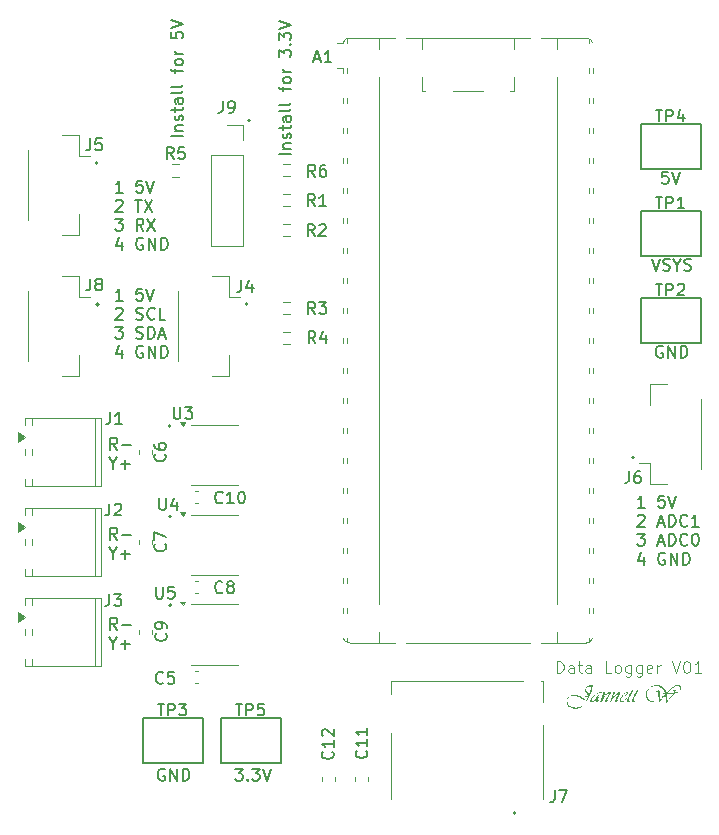
<source format=gto>
%TF.GenerationSoftware,KiCad,Pcbnew,9.0.0*%
%TF.CreationDate,2025-06-15T18:58:11-04:00*%
%TF.ProjectId,data-logger,64617461-2d6c-46f6-9767-65722e6b6963,rev?*%
%TF.SameCoordinates,Original*%
%TF.FileFunction,Legend,Top*%
%TF.FilePolarity,Positive*%
%FSLAX46Y46*%
G04 Gerber Fmt 4.6, Leading zero omitted, Abs format (unit mm)*
G04 Created by KiCad (PCBNEW 9.0.0) date 2025-06-15 18:58:11*
%MOMM*%
%LPD*%
G01*
G04 APERTURE LIST*
%ADD10C,0.200000*%
%ADD11C,0.100000*%
%ADD12C,0.177000*%
%ADD13C,0.150000*%
%ADD14C,0.120000*%
G04 APERTURE END LIST*
D10*
G36*
X150142479Y-127950473D02*
G01*
X150135686Y-127990115D01*
X150083217Y-128241345D01*
X150029133Y-128451348D01*
X149974140Y-128625039D01*
X149907758Y-128794383D01*
X149828366Y-128961091D01*
X149735543Y-129125497D01*
X149593656Y-129339402D01*
X149455143Y-129512311D01*
X149319813Y-129649439D01*
X149187211Y-129755354D01*
X149056590Y-129833890D01*
X148926905Y-129888044D01*
X148796836Y-129919879D01*
X148664835Y-129930436D01*
X148554575Y-129923481D01*
X148445842Y-129902597D01*
X148337834Y-129867437D01*
X148235078Y-129819412D01*
X148147526Y-129763071D01*
X148073460Y-129698539D01*
X148005079Y-129614038D01*
X147956492Y-129520343D01*
X147926763Y-129415605D01*
X147916474Y-129297280D01*
X147924049Y-129204103D01*
X147946178Y-129119025D01*
X147982647Y-129040522D01*
X148034143Y-128967426D01*
X148102215Y-128898998D01*
X148199172Y-128830065D01*
X148307134Y-128780495D01*
X148428154Y-128749927D01*
X148564892Y-128739313D01*
X148702995Y-128748027D01*
X148847983Y-128774917D01*
X149001162Y-128821501D01*
X149163838Y-128889800D01*
X149337300Y-128982289D01*
X149522816Y-129101861D01*
X149401842Y-129182355D01*
X149257892Y-129085525D01*
X149100375Y-128999563D01*
X148928185Y-128924588D01*
X148749188Y-128864968D01*
X148597965Y-128832593D01*
X148470160Y-128822691D01*
X148364365Y-128830570D01*
X148271814Y-128853122D01*
X148190334Y-128889415D01*
X148118221Y-128939477D01*
X148056891Y-129002709D01*
X148014223Y-129072154D01*
X147988500Y-129149190D01*
X147979659Y-129235955D01*
X147985758Y-129312655D01*
X148004293Y-129389761D01*
X148036052Y-129468132D01*
X148078488Y-129541485D01*
X148130298Y-129607482D01*
X148192014Y-129666714D01*
X148251643Y-129709393D01*
X148327071Y-129748601D01*
X148421120Y-129783779D01*
X148566046Y-129817987D01*
X148708571Y-129829191D01*
X148838587Y-129820066D01*
X148962217Y-129793036D01*
X149080813Y-129748054D01*
X149195509Y-129684328D01*
X149307172Y-129600355D01*
X149416373Y-129493971D01*
X149523374Y-129362419D01*
X149604901Y-129239618D01*
X149685200Y-129096926D01*
X149764018Y-128932219D01*
X149832726Y-128762857D01*
X149883201Y-128609135D01*
X149917469Y-128469542D01*
X149964369Y-128234016D01*
X149992472Y-128091546D01*
X149999079Y-128054789D01*
X149907884Y-128060372D01*
X149811105Y-128060372D01*
X149764321Y-128063508D01*
X149720282Y-128072749D01*
X149658909Y-128100987D01*
X149611499Y-128145798D01*
X149580735Y-128202752D01*
X149570461Y-128266958D01*
X149578800Y-128329688D01*
X149603961Y-128388676D01*
X149646248Y-128446662D01*
X149724655Y-128528633D01*
X149776475Y-128587361D01*
X149803005Y-128636864D01*
X149810919Y-128679943D01*
X149803994Y-128739088D01*
X149782676Y-128798579D01*
X149745128Y-128859728D01*
X149696770Y-128912280D01*
X149652849Y-128939453D01*
X149611220Y-128947759D01*
X149561481Y-128937902D01*
X149522537Y-128908862D01*
X149497412Y-128865216D01*
X149488478Y-128807337D01*
X149491642Y-128775419D01*
X149544257Y-128836969D01*
X149588693Y-128867392D01*
X149627877Y-128876292D01*
X149670597Y-128869645D01*
X149698636Y-128851843D01*
X149716082Y-128822537D01*
X149722701Y-128777001D01*
X149714450Y-128739867D01*
X149684517Y-128690492D01*
X149621642Y-128623644D01*
X149564408Y-128560816D01*
X149525383Y-128495890D01*
X149502421Y-128427869D01*
X149494713Y-128355269D01*
X149502342Y-128274682D01*
X149524754Y-128200936D01*
X149562122Y-128132471D01*
X149615779Y-128068189D01*
X149680198Y-128014544D01*
X149748685Y-127977206D01*
X149822329Y-127954828D01*
X149902673Y-127947216D01*
X149998521Y-127947216D01*
X150087018Y-127947216D01*
X150142479Y-127950473D01*
G37*
G36*
X150660525Y-129216414D02*
G01*
X150682393Y-129248053D01*
X150604099Y-129297302D01*
X150503534Y-129341701D01*
X150376330Y-129380193D01*
X150388447Y-129307388D01*
X150426508Y-129191021D01*
X150503352Y-129014388D01*
X150411515Y-129117397D01*
X150319935Y-129204952D01*
X150228463Y-129278389D01*
X150128795Y-129342325D01*
X150055461Y-129373729D01*
X150001592Y-129382520D01*
X149968657Y-129376666D01*
X149946157Y-129360447D01*
X149931486Y-129332433D01*
X149925751Y-129287230D01*
X149933416Y-129212423D01*
X149957572Y-129131935D01*
X150000828Y-129044047D01*
X150066824Y-128947108D01*
X150168081Y-128833374D01*
X150285558Y-128733547D01*
X150420718Y-128647094D01*
X150544389Y-128586879D01*
X150664687Y-128545328D01*
X150782562Y-128521001D01*
X150899029Y-128512999D01*
X150927059Y-128520505D01*
X150935321Y-128540451D01*
X150929413Y-128565403D01*
X150902658Y-128621317D01*
X150830627Y-128611459D01*
X150763632Y-128608289D01*
X150640421Y-128618100D01*
X150525925Y-128646961D01*
X150418391Y-128694816D01*
X150316443Y-128762677D01*
X150219158Y-128852563D01*
X150141110Y-128948582D01*
X150089716Y-129038657D01*
X150060717Y-129124344D01*
X150051377Y-129207480D01*
X150059150Y-129255043D01*
X150078390Y-129279057D01*
X150109816Y-129287230D01*
X150141795Y-129280342D01*
X150188981Y-129254338D01*
X150258055Y-129198361D01*
X150349535Y-129103050D01*
X150432164Y-128991868D01*
X150495938Y-128880255D01*
X150544078Y-128766401D01*
X150577332Y-128649606D01*
X150604218Y-128673597D01*
X150620958Y-128707310D01*
X150627118Y-128754202D01*
X150617767Y-128819398D01*
X150586965Y-128894487D01*
X150528664Y-128982749D01*
X150575587Y-128974557D01*
X150651685Y-128952133D01*
X150640425Y-128975956D01*
X150556731Y-129176206D01*
X150541785Y-129232512D01*
X150548166Y-129252292D01*
X150566724Y-129257452D01*
X150596314Y-129248972D01*
X150660525Y-129216414D01*
G37*
G36*
X151465092Y-129224230D02*
G01*
X151484820Y-129257638D01*
X151396382Y-129311452D01*
X151295942Y-129354138D01*
X151181828Y-129385311D01*
X151207859Y-129269224D01*
X151270544Y-129099243D01*
X151384691Y-128858425D01*
X151452343Y-128729356D01*
X151480532Y-128668365D01*
X151486309Y-128645326D01*
X151480943Y-128626012D01*
X151466394Y-128620200D01*
X151430361Y-128632712D01*
X151345607Y-128692691D01*
X151258336Y-128769842D01*
X151170847Y-128860845D01*
X151061600Y-128998278D01*
X150962597Y-129156050D01*
X150874090Y-129336270D01*
X150818702Y-129353230D01*
X150727246Y-129389685D01*
X150824068Y-129180888D01*
X150923689Y-128942827D01*
X151005767Y-128720779D01*
X151020933Y-128654724D01*
X151013579Y-128628176D01*
X150993667Y-128620200D01*
X150926853Y-128636299D01*
X150912243Y-128640487D01*
X150904891Y-128601217D01*
X151048570Y-128555346D01*
X151170568Y-128506951D01*
X151187597Y-128499041D01*
X151190389Y-128522119D01*
X151180893Y-128585837D01*
X151141818Y-128707651D01*
X151053689Y-128917795D01*
X151036380Y-128947759D01*
X151051828Y-128926077D01*
X151223412Y-128745069D01*
X151367475Y-128619270D01*
X151469013Y-128549850D01*
X151542068Y-128516291D01*
X151594440Y-128507044D01*
X151624993Y-128513438D01*
X151642036Y-128530690D01*
X151648413Y-128561947D01*
X151640342Y-128601011D01*
X151603118Y-128694818D01*
X151511620Y-128882341D01*
X151371230Y-129168979D01*
X151348585Y-129236235D01*
X151355029Y-129256788D01*
X151373710Y-129263407D01*
X151405790Y-129256673D01*
X151457368Y-129230372D01*
X151465092Y-129224230D01*
G37*
G36*
X152294411Y-129224230D02*
G01*
X152314139Y-129257638D01*
X152225702Y-129311452D01*
X152125261Y-129354138D01*
X152011147Y-129385311D01*
X152037179Y-129269224D01*
X152099863Y-129099243D01*
X152214011Y-128858425D01*
X152281663Y-128729356D01*
X152309852Y-128668365D01*
X152315628Y-128645326D01*
X152310263Y-128626012D01*
X152295714Y-128620200D01*
X152259680Y-128632712D01*
X152174927Y-128692691D01*
X152087656Y-128769842D01*
X152000167Y-128860845D01*
X151890920Y-128998278D01*
X151791917Y-129156050D01*
X151703409Y-129336270D01*
X151648021Y-129353230D01*
X151556566Y-129389685D01*
X151653388Y-129180888D01*
X151753009Y-128942827D01*
X151835087Y-128720779D01*
X151850253Y-128654724D01*
X151842898Y-128628176D01*
X151822987Y-128620200D01*
X151756172Y-128636299D01*
X151741563Y-128640487D01*
X151734211Y-128601217D01*
X151877890Y-128555346D01*
X151999887Y-128506951D01*
X152016917Y-128499041D01*
X152019709Y-128522119D01*
X152010213Y-128585837D01*
X151971138Y-128707651D01*
X151883008Y-128917795D01*
X151865700Y-128947759D01*
X151881147Y-128926077D01*
X152052732Y-128745069D01*
X152196795Y-128619270D01*
X152298333Y-128549850D01*
X152371387Y-128516291D01*
X152423760Y-128507044D01*
X152454313Y-128513438D01*
X152471356Y-128530690D01*
X152477733Y-128561947D01*
X152469661Y-128601011D01*
X152432438Y-128694818D01*
X152340940Y-128882341D01*
X152200550Y-129168979D01*
X152177905Y-129236235D01*
X152184348Y-129256788D01*
X152203030Y-129263407D01*
X152235109Y-129256673D01*
X152286688Y-129230372D01*
X152294411Y-129224230D01*
G37*
G36*
X153000896Y-128911467D02*
G01*
X153014815Y-128946079D01*
X153018670Y-128970744D01*
X153011888Y-129016856D01*
X152989597Y-129069429D01*
X152947404Y-129130751D01*
X152879272Y-129203013D01*
X152768141Y-129296882D01*
X152675943Y-129354859D01*
X152598989Y-129385279D01*
X152533660Y-129394431D01*
X152478347Y-129385292D01*
X152441391Y-129360449D01*
X152417906Y-129318664D01*
X152408871Y-129252613D01*
X152418740Y-129149882D01*
X152449630Y-129040495D01*
X152504440Y-128922448D01*
X152574943Y-128812844D01*
X152656462Y-128718228D01*
X152749458Y-128637323D01*
X152846481Y-128572731D01*
X152931547Y-128531061D01*
X153006694Y-128508211D01*
X153073946Y-128501088D01*
X153124593Y-128509522D01*
X153150354Y-128530528D01*
X153159186Y-128565111D01*
X153150551Y-128606519D01*
X153119171Y-128662820D01*
X153074771Y-128716372D01*
X153019508Y-128765276D01*
X152959247Y-128803467D01*
X152878713Y-128841396D01*
X152797332Y-128869074D01*
X152747131Y-128876292D01*
X152717324Y-128869817D01*
X152693728Y-128850349D01*
X152675013Y-128813944D01*
X152749272Y-128822691D01*
X152816151Y-128816004D01*
X152879083Y-128796095D01*
X152939293Y-128762391D01*
X152990880Y-128717477D01*
X153017896Y-128674814D01*
X153026301Y-128632484D01*
X153019812Y-128606373D01*
X153001094Y-128590701D01*
X152964698Y-128584467D01*
X152912148Y-128591837D01*
X152856730Y-128615209D01*
X152796677Y-128657978D01*
X152730567Y-128725261D01*
X152653901Y-128831991D01*
X152590610Y-128957996D01*
X152558648Y-129048195D01*
X152541067Y-129126491D01*
X152535614Y-129194731D01*
X152542045Y-129243898D01*
X152558602Y-129274621D01*
X152584259Y-129292601D01*
X152622156Y-129299141D01*
X152682798Y-129288926D01*
X152749043Y-129255636D01*
X152823810Y-129192498D01*
X152887800Y-129117127D01*
X152946944Y-129024315D01*
X153000896Y-128911467D01*
G37*
G36*
X153623724Y-128512999D02*
G01*
X153607439Y-128548733D01*
X153460596Y-128548733D01*
X153453058Y-128564739D01*
X153345857Y-128807616D01*
X153245914Y-129033930D01*
X153183044Y-129188234D01*
X153170166Y-129245540D01*
X153175132Y-129269103D01*
X153188565Y-129282285D01*
X153212972Y-129287230D01*
X153247928Y-129281829D01*
X153296933Y-129262341D01*
X153364934Y-129222462D01*
X153384569Y-129254474D01*
X153316348Y-129299593D01*
X153239028Y-129337294D01*
X153160989Y-129363358D01*
X153105771Y-129370608D01*
X153058015Y-129362318D01*
X153033324Y-129341383D01*
X153024719Y-129306306D01*
X153039003Y-129244875D01*
X153112471Y-129059893D01*
X153220696Y-128813665D01*
X153325757Y-128568554D01*
X153334411Y-128548733D01*
X153197897Y-128548733D01*
X153215299Y-128512999D01*
X153230746Y-128512999D01*
X153310509Y-128504545D01*
X153349114Y-128485268D01*
X153378657Y-128443120D01*
X153432865Y-128324467D01*
X153455571Y-128328375D01*
X153505393Y-128324353D01*
X153559422Y-128311718D01*
X153516709Y-128417244D01*
X153485349Y-128492899D01*
X153476788Y-128512999D01*
X153623724Y-128512999D01*
G37*
G36*
X154046573Y-128512999D02*
G01*
X154030288Y-128548733D01*
X153883445Y-128548733D01*
X153875907Y-128564739D01*
X153768706Y-128807616D01*
X153668763Y-129033930D01*
X153605893Y-129188234D01*
X153593015Y-129245540D01*
X153597981Y-129269103D01*
X153611414Y-129282285D01*
X153635821Y-129287230D01*
X153670777Y-129281829D01*
X153719782Y-129262341D01*
X153787782Y-129222462D01*
X153807417Y-129254474D01*
X153739197Y-129299593D01*
X153661877Y-129337294D01*
X153583837Y-129363358D01*
X153528620Y-129370608D01*
X153480864Y-129362318D01*
X153456173Y-129341383D01*
X153447568Y-129306306D01*
X153461851Y-129244875D01*
X153535320Y-129059893D01*
X153643545Y-128813665D01*
X153748606Y-128568554D01*
X153757260Y-128548733D01*
X153620746Y-128548733D01*
X153638148Y-128512999D01*
X153653595Y-128512999D01*
X153733358Y-128504545D01*
X153771963Y-128485268D01*
X153801506Y-128443120D01*
X153855714Y-128324467D01*
X153878420Y-128328375D01*
X153928242Y-128324353D01*
X153982271Y-128311718D01*
X153939558Y-128417244D01*
X153908198Y-128492899D01*
X153899636Y-128512999D01*
X154046573Y-128512999D01*
G37*
G36*
X157458664Y-127924931D02*
G01*
X157520951Y-127946150D01*
X157573322Y-127980437D01*
X157614455Y-128026604D01*
X157638753Y-128079703D01*
X157647116Y-128142076D01*
X157636893Y-128224210D01*
X157605765Y-128303956D01*
X157551256Y-128383314D01*
X157468726Y-128463586D01*
X157376831Y-128528966D01*
X157271726Y-128584278D01*
X157151786Y-128629277D01*
X157015076Y-128663286D01*
X156897380Y-128822084D01*
X156711991Y-129041188D01*
X156510830Y-129257755D01*
X156327295Y-129436213D01*
X156328412Y-129330501D01*
X156318187Y-129037310D01*
X156287839Y-128752713D01*
X156285699Y-128738475D01*
X156255548Y-128774953D01*
X156162864Y-128884202D01*
X156007832Y-129070315D01*
X155749693Y-129396943D01*
X155724568Y-129425884D01*
X155716744Y-129104995D01*
X155691254Y-128720795D01*
X155675664Y-128570306D01*
X155664546Y-128513185D01*
X155645104Y-128481115D01*
X155616157Y-128471310D01*
X155589765Y-128476380D01*
X155538827Y-128497645D01*
X155517517Y-128457724D01*
X155536687Y-128445626D01*
X155645842Y-128383372D01*
X155747832Y-128320279D01*
X155775470Y-128303157D01*
X155807539Y-128527055D01*
X155829513Y-128823455D01*
X155837725Y-129207108D01*
X156013601Y-128991682D01*
X156266622Y-128690923D01*
X156275090Y-128680594D01*
X156271703Y-128663844D01*
X156396622Y-128663844D01*
X156423141Y-128805648D01*
X156441126Y-128989447D01*
X156447803Y-129223486D01*
X156447803Y-129253078D01*
X156577190Y-129123265D01*
X156715806Y-128964137D01*
X156841467Y-128800396D01*
X156922578Y-128674266D01*
X156724926Y-128679757D01*
X156417560Y-128665333D01*
X156396622Y-128663844D01*
X156271703Y-128663844D01*
X156271647Y-128663565D01*
X156179737Y-128671482D01*
X156110366Y-128692846D01*
X156058421Y-128725471D01*
X156020359Y-128769233D01*
X155994655Y-128826086D01*
X155982055Y-128899742D01*
X155957174Y-128869324D01*
X155949392Y-128836371D01*
X155958625Y-128786584D01*
X155988879Y-128732669D01*
X156047009Y-128672033D01*
X156115392Y-128622413D01*
X156182475Y-128590767D01*
X156244309Y-128576092D01*
X156435334Y-128576092D01*
X156664887Y-128591662D01*
X156850831Y-128596378D01*
X156963616Y-128593214D01*
X156995947Y-128516854D01*
X157005119Y-128459306D01*
X156996904Y-128432889D01*
X156970423Y-128413967D01*
X156914203Y-128403379D01*
X156889543Y-128402262D01*
X156889543Y-128358153D01*
X157161733Y-128358153D01*
X157127071Y-128466355D01*
X157066164Y-128582699D01*
X157203360Y-128551157D01*
X157302433Y-128514515D01*
X157371668Y-128474567D01*
X157444525Y-128411200D01*
X157493497Y-128344094D01*
X157522156Y-128272095D01*
X157531819Y-128193071D01*
X157524693Y-128138482D01*
X157504167Y-128092799D01*
X157469750Y-128053858D01*
X157425594Y-128025224D01*
X157371478Y-128007246D01*
X157304761Y-128000816D01*
X157214430Y-128009265D01*
X157116098Y-128035974D01*
X157007772Y-128083816D01*
X156887470Y-128156660D01*
X156753248Y-128259233D01*
X156603179Y-128397000D01*
X156435334Y-128576092D01*
X156244309Y-128576092D01*
X156249407Y-128574882D01*
X156197000Y-128445540D01*
X156130488Y-128333525D01*
X156049855Y-128236808D01*
X155954324Y-128153987D01*
X155846855Y-128087531D01*
X155730659Y-128039929D01*
X155604116Y-128010818D01*
X155465219Y-128000816D01*
X155335413Y-128009000D01*
X155219521Y-128032554D01*
X155115574Y-128070487D01*
X155021924Y-128122515D01*
X154937310Y-128189070D01*
X154863849Y-128268665D01*
X154807372Y-128355747D01*
X154766754Y-128451382D01*
X154741777Y-128557122D01*
X154733144Y-128674918D01*
X154740783Y-128785125D01*
X154762959Y-128885101D01*
X154799087Y-128976430D01*
X154849294Y-129060406D01*
X154914418Y-129137967D01*
X154990816Y-129204747D01*
X155073227Y-129256001D01*
X155162548Y-129292740D01*
X155260053Y-129315229D01*
X155367324Y-129322963D01*
X155467267Y-129312727D01*
X155475176Y-129337666D01*
X155373009Y-129361792D01*
X155244489Y-129370608D01*
X155137990Y-129363076D01*
X155041791Y-129341242D01*
X154954274Y-129305705D01*
X154874129Y-129256322D01*
X154800424Y-129192219D01*
X154737711Y-129117559D01*
X154689215Y-129036135D01*
X154654205Y-128946979D01*
X154632645Y-128848766D01*
X154625198Y-128739871D01*
X154635919Y-128602402D01*
X154667098Y-128477946D01*
X154718166Y-128364228D01*
X154789785Y-128259481D01*
X154883802Y-128162548D01*
X154990621Y-128082161D01*
X155108098Y-128019308D01*
X155237704Y-127973523D01*
X155381338Y-127945143D01*
X155541247Y-127935304D01*
X155673208Y-127942511D01*
X155791770Y-127963263D01*
X155898616Y-127996602D01*
X155995207Y-128042054D01*
X156082742Y-128099642D01*
X156179559Y-128188346D01*
X156260812Y-128294862D01*
X156327013Y-128421478D01*
X156377639Y-128571346D01*
X156595323Y-128345685D01*
X156777024Y-128183029D01*
X156927975Y-128071539D01*
X157051297Y-128001063D01*
X157167444Y-127953528D01*
X157277810Y-127926266D01*
X157383859Y-127917438D01*
X157458664Y-127924931D01*
G37*
D11*
X147090484Y-126897819D02*
X147090484Y-125897819D01*
X147090484Y-125897819D02*
X147328579Y-125897819D01*
X147328579Y-125897819D02*
X147471436Y-125945438D01*
X147471436Y-125945438D02*
X147566674Y-126040676D01*
X147566674Y-126040676D02*
X147614293Y-126135914D01*
X147614293Y-126135914D02*
X147661912Y-126326390D01*
X147661912Y-126326390D02*
X147661912Y-126469247D01*
X147661912Y-126469247D02*
X147614293Y-126659723D01*
X147614293Y-126659723D02*
X147566674Y-126754961D01*
X147566674Y-126754961D02*
X147471436Y-126850200D01*
X147471436Y-126850200D02*
X147328579Y-126897819D01*
X147328579Y-126897819D02*
X147090484Y-126897819D01*
X148519055Y-126897819D02*
X148519055Y-126374009D01*
X148519055Y-126374009D02*
X148471436Y-126278771D01*
X148471436Y-126278771D02*
X148376198Y-126231152D01*
X148376198Y-126231152D02*
X148185722Y-126231152D01*
X148185722Y-126231152D02*
X148090484Y-126278771D01*
X148519055Y-126850200D02*
X148423817Y-126897819D01*
X148423817Y-126897819D02*
X148185722Y-126897819D01*
X148185722Y-126897819D02*
X148090484Y-126850200D01*
X148090484Y-126850200D02*
X148042865Y-126754961D01*
X148042865Y-126754961D02*
X148042865Y-126659723D01*
X148042865Y-126659723D02*
X148090484Y-126564485D01*
X148090484Y-126564485D02*
X148185722Y-126516866D01*
X148185722Y-126516866D02*
X148423817Y-126516866D01*
X148423817Y-126516866D02*
X148519055Y-126469247D01*
X148852389Y-126231152D02*
X149233341Y-126231152D01*
X148995246Y-125897819D02*
X148995246Y-126754961D01*
X148995246Y-126754961D02*
X149042865Y-126850200D01*
X149042865Y-126850200D02*
X149138103Y-126897819D01*
X149138103Y-126897819D02*
X149233341Y-126897819D01*
X149995246Y-126897819D02*
X149995246Y-126374009D01*
X149995246Y-126374009D02*
X149947627Y-126278771D01*
X149947627Y-126278771D02*
X149852389Y-126231152D01*
X149852389Y-126231152D02*
X149661913Y-126231152D01*
X149661913Y-126231152D02*
X149566675Y-126278771D01*
X149995246Y-126850200D02*
X149900008Y-126897819D01*
X149900008Y-126897819D02*
X149661913Y-126897819D01*
X149661913Y-126897819D02*
X149566675Y-126850200D01*
X149566675Y-126850200D02*
X149519056Y-126754961D01*
X149519056Y-126754961D02*
X149519056Y-126659723D01*
X149519056Y-126659723D02*
X149566675Y-126564485D01*
X149566675Y-126564485D02*
X149661913Y-126516866D01*
X149661913Y-126516866D02*
X149900008Y-126516866D01*
X149900008Y-126516866D02*
X149995246Y-126469247D01*
X151709532Y-126897819D02*
X151233342Y-126897819D01*
X151233342Y-126897819D02*
X151233342Y-125897819D01*
X152185723Y-126897819D02*
X152090485Y-126850200D01*
X152090485Y-126850200D02*
X152042866Y-126802580D01*
X152042866Y-126802580D02*
X151995247Y-126707342D01*
X151995247Y-126707342D02*
X151995247Y-126421628D01*
X151995247Y-126421628D02*
X152042866Y-126326390D01*
X152042866Y-126326390D02*
X152090485Y-126278771D01*
X152090485Y-126278771D02*
X152185723Y-126231152D01*
X152185723Y-126231152D02*
X152328580Y-126231152D01*
X152328580Y-126231152D02*
X152423818Y-126278771D01*
X152423818Y-126278771D02*
X152471437Y-126326390D01*
X152471437Y-126326390D02*
X152519056Y-126421628D01*
X152519056Y-126421628D02*
X152519056Y-126707342D01*
X152519056Y-126707342D02*
X152471437Y-126802580D01*
X152471437Y-126802580D02*
X152423818Y-126850200D01*
X152423818Y-126850200D02*
X152328580Y-126897819D01*
X152328580Y-126897819D02*
X152185723Y-126897819D01*
X153376199Y-126231152D02*
X153376199Y-127040676D01*
X153376199Y-127040676D02*
X153328580Y-127135914D01*
X153328580Y-127135914D02*
X153280961Y-127183533D01*
X153280961Y-127183533D02*
X153185723Y-127231152D01*
X153185723Y-127231152D02*
X153042866Y-127231152D01*
X153042866Y-127231152D02*
X152947628Y-127183533D01*
X153376199Y-126850200D02*
X153280961Y-126897819D01*
X153280961Y-126897819D02*
X153090485Y-126897819D01*
X153090485Y-126897819D02*
X152995247Y-126850200D01*
X152995247Y-126850200D02*
X152947628Y-126802580D01*
X152947628Y-126802580D02*
X152900009Y-126707342D01*
X152900009Y-126707342D02*
X152900009Y-126421628D01*
X152900009Y-126421628D02*
X152947628Y-126326390D01*
X152947628Y-126326390D02*
X152995247Y-126278771D01*
X152995247Y-126278771D02*
X153090485Y-126231152D01*
X153090485Y-126231152D02*
X153280961Y-126231152D01*
X153280961Y-126231152D02*
X153376199Y-126278771D01*
X154280961Y-126231152D02*
X154280961Y-127040676D01*
X154280961Y-127040676D02*
X154233342Y-127135914D01*
X154233342Y-127135914D02*
X154185723Y-127183533D01*
X154185723Y-127183533D02*
X154090485Y-127231152D01*
X154090485Y-127231152D02*
X153947628Y-127231152D01*
X153947628Y-127231152D02*
X153852390Y-127183533D01*
X154280961Y-126850200D02*
X154185723Y-126897819D01*
X154185723Y-126897819D02*
X153995247Y-126897819D01*
X153995247Y-126897819D02*
X153900009Y-126850200D01*
X153900009Y-126850200D02*
X153852390Y-126802580D01*
X153852390Y-126802580D02*
X153804771Y-126707342D01*
X153804771Y-126707342D02*
X153804771Y-126421628D01*
X153804771Y-126421628D02*
X153852390Y-126326390D01*
X153852390Y-126326390D02*
X153900009Y-126278771D01*
X153900009Y-126278771D02*
X153995247Y-126231152D01*
X153995247Y-126231152D02*
X154185723Y-126231152D01*
X154185723Y-126231152D02*
X154280961Y-126278771D01*
X155138104Y-126850200D02*
X155042866Y-126897819D01*
X155042866Y-126897819D02*
X154852390Y-126897819D01*
X154852390Y-126897819D02*
X154757152Y-126850200D01*
X154757152Y-126850200D02*
X154709533Y-126754961D01*
X154709533Y-126754961D02*
X154709533Y-126374009D01*
X154709533Y-126374009D02*
X154757152Y-126278771D01*
X154757152Y-126278771D02*
X154852390Y-126231152D01*
X154852390Y-126231152D02*
X155042866Y-126231152D01*
X155042866Y-126231152D02*
X155138104Y-126278771D01*
X155138104Y-126278771D02*
X155185723Y-126374009D01*
X155185723Y-126374009D02*
X155185723Y-126469247D01*
X155185723Y-126469247D02*
X154709533Y-126564485D01*
X155614295Y-126897819D02*
X155614295Y-126231152D01*
X155614295Y-126421628D02*
X155661914Y-126326390D01*
X155661914Y-126326390D02*
X155709533Y-126278771D01*
X155709533Y-126278771D02*
X155804771Y-126231152D01*
X155804771Y-126231152D02*
X155900009Y-126231152D01*
X156852391Y-125897819D02*
X157185724Y-126897819D01*
X157185724Y-126897819D02*
X157519057Y-125897819D01*
X158042867Y-125897819D02*
X158138105Y-125897819D01*
X158138105Y-125897819D02*
X158233343Y-125945438D01*
X158233343Y-125945438D02*
X158280962Y-125993057D01*
X158280962Y-125993057D02*
X158328581Y-126088295D01*
X158328581Y-126088295D02*
X158376200Y-126278771D01*
X158376200Y-126278771D02*
X158376200Y-126516866D01*
X158376200Y-126516866D02*
X158328581Y-126707342D01*
X158328581Y-126707342D02*
X158280962Y-126802580D01*
X158280962Y-126802580D02*
X158233343Y-126850200D01*
X158233343Y-126850200D02*
X158138105Y-126897819D01*
X158138105Y-126897819D02*
X158042867Y-126897819D01*
X158042867Y-126897819D02*
X157947629Y-126850200D01*
X157947629Y-126850200D02*
X157900010Y-126802580D01*
X157900010Y-126802580D02*
X157852391Y-126707342D01*
X157852391Y-126707342D02*
X157804772Y-126516866D01*
X157804772Y-126516866D02*
X157804772Y-126278771D01*
X157804772Y-126278771D02*
X157852391Y-126088295D01*
X157852391Y-126088295D02*
X157900010Y-125993057D01*
X157900010Y-125993057D02*
X157947629Y-125945438D01*
X157947629Y-125945438D02*
X158042867Y-125897819D01*
X159328581Y-126897819D02*
X158757153Y-126897819D01*
X159042867Y-126897819D02*
X159042867Y-125897819D01*
X159042867Y-125897819D02*
X158947629Y-126040676D01*
X158947629Y-126040676D02*
X158852391Y-126135914D01*
X158852391Y-126135914D02*
X158757153Y-126183533D01*
D12*
X143573100Y-138760200D02*
G75*
G02*
X143396100Y-138760200I-88500J0D01*
G01*
X143396100Y-138760200D02*
G75*
G02*
X143573100Y-138760200I88500J0D01*
G01*
X114464700Y-121183400D02*
G75*
G02*
X114287700Y-121183400I-88500J0D01*
G01*
X114287700Y-121183400D02*
G75*
G02*
X114464700Y-121183400I88500J0D01*
G01*
X114439300Y-113639600D02*
G75*
G02*
X114262300Y-113639600I-88500J0D01*
G01*
X114262300Y-113639600D02*
G75*
G02*
X114439300Y-113639600I88500J0D01*
G01*
X114388500Y-105993000D02*
G75*
G02*
X114211500Y-105993000I-88500J0D01*
G01*
X114211500Y-105993000D02*
G75*
G02*
X114388500Y-105993000I88500J0D01*
G01*
X121119500Y-80162400D02*
G75*
G02*
X120942500Y-80162400I-88500J0D01*
G01*
X120942500Y-80162400D02*
G75*
G02*
X121119500Y-80162400I88500J0D01*
G01*
X108216300Y-83743800D02*
G75*
G02*
X108039300Y-83743800I-88500J0D01*
G01*
X108039300Y-83743800D02*
G75*
G02*
X108216300Y-83743800I88500J0D01*
G01*
X120916300Y-95681800D02*
G75*
G02*
X120739300Y-95681800I-88500J0D01*
G01*
X120739300Y-95681800D02*
G75*
G02*
X120916300Y-95681800I88500J0D01*
G01*
X108292500Y-95707200D02*
G75*
G02*
X108115500Y-95707200I-88500J0D01*
G01*
X108115500Y-95707200D02*
G75*
G02*
X108292500Y-95707200I88500J0D01*
G01*
X153606100Y-108661200D02*
G75*
G02*
X153429100Y-108661200I-88500J0D01*
G01*
X153429100Y-108661200D02*
G75*
G02*
X153606100Y-108661200I88500J0D01*
G01*
D13*
X109874207Y-107987875D02*
X109540874Y-107511684D01*
X109302779Y-107987875D02*
X109302779Y-106987875D01*
X109302779Y-106987875D02*
X109683731Y-106987875D01*
X109683731Y-106987875D02*
X109778969Y-107035494D01*
X109778969Y-107035494D02*
X109826588Y-107083113D01*
X109826588Y-107083113D02*
X109874207Y-107178351D01*
X109874207Y-107178351D02*
X109874207Y-107321208D01*
X109874207Y-107321208D02*
X109826588Y-107416446D01*
X109826588Y-107416446D02*
X109778969Y-107464065D01*
X109778969Y-107464065D02*
X109683731Y-107511684D01*
X109683731Y-107511684D02*
X109302779Y-107511684D01*
X110302779Y-107606922D02*
X111064684Y-107606922D01*
X109493255Y-109121628D02*
X109493255Y-109597819D01*
X109159922Y-108597819D02*
X109493255Y-109121628D01*
X109493255Y-109121628D02*
X109826588Y-108597819D01*
X110159922Y-109216866D02*
X110921827Y-109216866D01*
X110540874Y-109597819D02*
X110540874Y-108835914D01*
X109874207Y-115607875D02*
X109540874Y-115131684D01*
X109302779Y-115607875D02*
X109302779Y-114607875D01*
X109302779Y-114607875D02*
X109683731Y-114607875D01*
X109683731Y-114607875D02*
X109778969Y-114655494D01*
X109778969Y-114655494D02*
X109826588Y-114703113D01*
X109826588Y-114703113D02*
X109874207Y-114798351D01*
X109874207Y-114798351D02*
X109874207Y-114941208D01*
X109874207Y-114941208D02*
X109826588Y-115036446D01*
X109826588Y-115036446D02*
X109778969Y-115084065D01*
X109778969Y-115084065D02*
X109683731Y-115131684D01*
X109683731Y-115131684D02*
X109302779Y-115131684D01*
X110302779Y-115226922D02*
X111064684Y-115226922D01*
X109493255Y-116741628D02*
X109493255Y-117217819D01*
X109159922Y-116217819D02*
X109493255Y-116741628D01*
X109493255Y-116741628D02*
X109826588Y-116217819D01*
X110159922Y-116836866D02*
X110921827Y-116836866D01*
X110540874Y-117217819D02*
X110540874Y-116455914D01*
X155133922Y-91833819D02*
X155467255Y-92833819D01*
X155467255Y-92833819D02*
X155800588Y-91833819D01*
X156086303Y-92786200D02*
X156229160Y-92833819D01*
X156229160Y-92833819D02*
X156467255Y-92833819D01*
X156467255Y-92833819D02*
X156562493Y-92786200D01*
X156562493Y-92786200D02*
X156610112Y-92738580D01*
X156610112Y-92738580D02*
X156657731Y-92643342D01*
X156657731Y-92643342D02*
X156657731Y-92548104D01*
X156657731Y-92548104D02*
X156610112Y-92452866D01*
X156610112Y-92452866D02*
X156562493Y-92405247D01*
X156562493Y-92405247D02*
X156467255Y-92357628D01*
X156467255Y-92357628D02*
X156276779Y-92310009D01*
X156276779Y-92310009D02*
X156181541Y-92262390D01*
X156181541Y-92262390D02*
X156133922Y-92214771D01*
X156133922Y-92214771D02*
X156086303Y-92119533D01*
X156086303Y-92119533D02*
X156086303Y-92024295D01*
X156086303Y-92024295D02*
X156133922Y-91929057D01*
X156133922Y-91929057D02*
X156181541Y-91881438D01*
X156181541Y-91881438D02*
X156276779Y-91833819D01*
X156276779Y-91833819D02*
X156514874Y-91833819D01*
X156514874Y-91833819D02*
X156657731Y-91881438D01*
X157276779Y-92357628D02*
X157276779Y-92833819D01*
X156943446Y-91833819D02*
X157276779Y-92357628D01*
X157276779Y-92357628D02*
X157610112Y-91833819D01*
X157895827Y-92786200D02*
X158038684Y-92833819D01*
X158038684Y-92833819D02*
X158276779Y-92833819D01*
X158276779Y-92833819D02*
X158372017Y-92786200D01*
X158372017Y-92786200D02*
X158419636Y-92738580D01*
X158419636Y-92738580D02*
X158467255Y-92643342D01*
X158467255Y-92643342D02*
X158467255Y-92548104D01*
X158467255Y-92548104D02*
X158419636Y-92452866D01*
X158419636Y-92452866D02*
X158372017Y-92405247D01*
X158372017Y-92405247D02*
X158276779Y-92357628D01*
X158276779Y-92357628D02*
X158086303Y-92310009D01*
X158086303Y-92310009D02*
X157991065Y-92262390D01*
X157991065Y-92262390D02*
X157943446Y-92214771D01*
X157943446Y-92214771D02*
X157895827Y-92119533D01*
X157895827Y-92119533D02*
X157895827Y-92024295D01*
X157895827Y-92024295D02*
X157943446Y-91929057D01*
X157943446Y-91929057D02*
X157991065Y-91881438D01*
X157991065Y-91881438D02*
X158086303Y-91833819D01*
X158086303Y-91833819D02*
X158324398Y-91833819D01*
X158324398Y-91833819D02*
X158467255Y-91881438D01*
X110334588Y-95369987D02*
X109763160Y-95369987D01*
X110048874Y-95369987D02*
X110048874Y-94369987D01*
X110048874Y-94369987D02*
X109953636Y-94512844D01*
X109953636Y-94512844D02*
X109858398Y-94608082D01*
X109858398Y-94608082D02*
X109763160Y-94655701D01*
X112001255Y-94369987D02*
X111525065Y-94369987D01*
X111525065Y-94369987D02*
X111477446Y-94846177D01*
X111477446Y-94846177D02*
X111525065Y-94798558D01*
X111525065Y-94798558D02*
X111620303Y-94750939D01*
X111620303Y-94750939D02*
X111858398Y-94750939D01*
X111858398Y-94750939D02*
X111953636Y-94798558D01*
X111953636Y-94798558D02*
X112001255Y-94846177D01*
X112001255Y-94846177D02*
X112048874Y-94941415D01*
X112048874Y-94941415D02*
X112048874Y-95179510D01*
X112048874Y-95179510D02*
X112001255Y-95274748D01*
X112001255Y-95274748D02*
X111953636Y-95322368D01*
X111953636Y-95322368D02*
X111858398Y-95369987D01*
X111858398Y-95369987D02*
X111620303Y-95369987D01*
X111620303Y-95369987D02*
X111525065Y-95322368D01*
X111525065Y-95322368D02*
X111477446Y-95274748D01*
X112334589Y-94369987D02*
X112667922Y-95369987D01*
X112667922Y-95369987D02*
X113001255Y-94369987D01*
X109763160Y-96075169D02*
X109810779Y-96027550D01*
X109810779Y-96027550D02*
X109906017Y-95979931D01*
X109906017Y-95979931D02*
X110144112Y-95979931D01*
X110144112Y-95979931D02*
X110239350Y-96027550D01*
X110239350Y-96027550D02*
X110286969Y-96075169D01*
X110286969Y-96075169D02*
X110334588Y-96170407D01*
X110334588Y-96170407D02*
X110334588Y-96265645D01*
X110334588Y-96265645D02*
X110286969Y-96408502D01*
X110286969Y-96408502D02*
X109715541Y-96979931D01*
X109715541Y-96979931D02*
X110334588Y-96979931D01*
X111477446Y-96932312D02*
X111620303Y-96979931D01*
X111620303Y-96979931D02*
X111858398Y-96979931D01*
X111858398Y-96979931D02*
X111953636Y-96932312D01*
X111953636Y-96932312D02*
X112001255Y-96884692D01*
X112001255Y-96884692D02*
X112048874Y-96789454D01*
X112048874Y-96789454D02*
X112048874Y-96694216D01*
X112048874Y-96694216D02*
X112001255Y-96598978D01*
X112001255Y-96598978D02*
X111953636Y-96551359D01*
X111953636Y-96551359D02*
X111858398Y-96503740D01*
X111858398Y-96503740D02*
X111667922Y-96456121D01*
X111667922Y-96456121D02*
X111572684Y-96408502D01*
X111572684Y-96408502D02*
X111525065Y-96360883D01*
X111525065Y-96360883D02*
X111477446Y-96265645D01*
X111477446Y-96265645D02*
X111477446Y-96170407D01*
X111477446Y-96170407D02*
X111525065Y-96075169D01*
X111525065Y-96075169D02*
X111572684Y-96027550D01*
X111572684Y-96027550D02*
X111667922Y-95979931D01*
X111667922Y-95979931D02*
X111906017Y-95979931D01*
X111906017Y-95979931D02*
X112048874Y-96027550D01*
X113048874Y-96884692D02*
X113001255Y-96932312D01*
X113001255Y-96932312D02*
X112858398Y-96979931D01*
X112858398Y-96979931D02*
X112763160Y-96979931D01*
X112763160Y-96979931D02*
X112620303Y-96932312D01*
X112620303Y-96932312D02*
X112525065Y-96837073D01*
X112525065Y-96837073D02*
X112477446Y-96741835D01*
X112477446Y-96741835D02*
X112429827Y-96551359D01*
X112429827Y-96551359D02*
X112429827Y-96408502D01*
X112429827Y-96408502D02*
X112477446Y-96218026D01*
X112477446Y-96218026D02*
X112525065Y-96122788D01*
X112525065Y-96122788D02*
X112620303Y-96027550D01*
X112620303Y-96027550D02*
X112763160Y-95979931D01*
X112763160Y-95979931D02*
X112858398Y-95979931D01*
X112858398Y-95979931D02*
X113001255Y-96027550D01*
X113001255Y-96027550D02*
X113048874Y-96075169D01*
X113953636Y-96979931D02*
X113477446Y-96979931D01*
X113477446Y-96979931D02*
X113477446Y-95979931D01*
X109715541Y-97589875D02*
X110334588Y-97589875D01*
X110334588Y-97589875D02*
X110001255Y-97970827D01*
X110001255Y-97970827D02*
X110144112Y-97970827D01*
X110144112Y-97970827D02*
X110239350Y-98018446D01*
X110239350Y-98018446D02*
X110286969Y-98066065D01*
X110286969Y-98066065D02*
X110334588Y-98161303D01*
X110334588Y-98161303D02*
X110334588Y-98399398D01*
X110334588Y-98399398D02*
X110286969Y-98494636D01*
X110286969Y-98494636D02*
X110239350Y-98542256D01*
X110239350Y-98542256D02*
X110144112Y-98589875D01*
X110144112Y-98589875D02*
X109858398Y-98589875D01*
X109858398Y-98589875D02*
X109763160Y-98542256D01*
X109763160Y-98542256D02*
X109715541Y-98494636D01*
X111477446Y-98542256D02*
X111620303Y-98589875D01*
X111620303Y-98589875D02*
X111858398Y-98589875D01*
X111858398Y-98589875D02*
X111953636Y-98542256D01*
X111953636Y-98542256D02*
X112001255Y-98494636D01*
X112001255Y-98494636D02*
X112048874Y-98399398D01*
X112048874Y-98399398D02*
X112048874Y-98304160D01*
X112048874Y-98304160D02*
X112001255Y-98208922D01*
X112001255Y-98208922D02*
X111953636Y-98161303D01*
X111953636Y-98161303D02*
X111858398Y-98113684D01*
X111858398Y-98113684D02*
X111667922Y-98066065D01*
X111667922Y-98066065D02*
X111572684Y-98018446D01*
X111572684Y-98018446D02*
X111525065Y-97970827D01*
X111525065Y-97970827D02*
X111477446Y-97875589D01*
X111477446Y-97875589D02*
X111477446Y-97780351D01*
X111477446Y-97780351D02*
X111525065Y-97685113D01*
X111525065Y-97685113D02*
X111572684Y-97637494D01*
X111572684Y-97637494D02*
X111667922Y-97589875D01*
X111667922Y-97589875D02*
X111906017Y-97589875D01*
X111906017Y-97589875D02*
X112048874Y-97637494D01*
X112477446Y-98589875D02*
X112477446Y-97589875D01*
X112477446Y-97589875D02*
X112715541Y-97589875D01*
X112715541Y-97589875D02*
X112858398Y-97637494D01*
X112858398Y-97637494D02*
X112953636Y-97732732D01*
X112953636Y-97732732D02*
X113001255Y-97827970D01*
X113001255Y-97827970D02*
X113048874Y-98018446D01*
X113048874Y-98018446D02*
X113048874Y-98161303D01*
X113048874Y-98161303D02*
X113001255Y-98351779D01*
X113001255Y-98351779D02*
X112953636Y-98447017D01*
X112953636Y-98447017D02*
X112858398Y-98542256D01*
X112858398Y-98542256D02*
X112715541Y-98589875D01*
X112715541Y-98589875D02*
X112477446Y-98589875D01*
X113429827Y-98304160D02*
X113906017Y-98304160D01*
X113334589Y-98589875D02*
X113667922Y-97589875D01*
X113667922Y-97589875D02*
X114001255Y-98589875D01*
X110239350Y-99533152D02*
X110239350Y-100199819D01*
X110001255Y-99152200D02*
X109763160Y-99866485D01*
X109763160Y-99866485D02*
X110382207Y-99866485D01*
X112048874Y-99247438D02*
X111953636Y-99199819D01*
X111953636Y-99199819D02*
X111810779Y-99199819D01*
X111810779Y-99199819D02*
X111667922Y-99247438D01*
X111667922Y-99247438D02*
X111572684Y-99342676D01*
X111572684Y-99342676D02*
X111525065Y-99437914D01*
X111525065Y-99437914D02*
X111477446Y-99628390D01*
X111477446Y-99628390D02*
X111477446Y-99771247D01*
X111477446Y-99771247D02*
X111525065Y-99961723D01*
X111525065Y-99961723D02*
X111572684Y-100056961D01*
X111572684Y-100056961D02*
X111667922Y-100152200D01*
X111667922Y-100152200D02*
X111810779Y-100199819D01*
X111810779Y-100199819D02*
X111906017Y-100199819D01*
X111906017Y-100199819D02*
X112048874Y-100152200D01*
X112048874Y-100152200D02*
X112096493Y-100104580D01*
X112096493Y-100104580D02*
X112096493Y-99771247D01*
X112096493Y-99771247D02*
X111906017Y-99771247D01*
X112525065Y-100199819D02*
X112525065Y-99199819D01*
X112525065Y-99199819D02*
X113096493Y-100199819D01*
X113096493Y-100199819D02*
X113096493Y-99199819D01*
X113572684Y-100199819D02*
X113572684Y-99199819D01*
X113572684Y-99199819D02*
X113810779Y-99199819D01*
X113810779Y-99199819D02*
X113953636Y-99247438D01*
X113953636Y-99247438D02*
X114048874Y-99342676D01*
X114048874Y-99342676D02*
X114096493Y-99437914D01*
X114096493Y-99437914D02*
X114144112Y-99628390D01*
X114144112Y-99628390D02*
X114144112Y-99771247D01*
X114144112Y-99771247D02*
X114096493Y-99961723D01*
X114096493Y-99961723D02*
X114048874Y-100056961D01*
X114048874Y-100056961D02*
X113953636Y-100152200D01*
X113953636Y-100152200D02*
X113810779Y-100199819D01*
X113810779Y-100199819D02*
X113572684Y-100199819D01*
X156054588Y-99247438D02*
X155959350Y-99199819D01*
X155959350Y-99199819D02*
X155816493Y-99199819D01*
X155816493Y-99199819D02*
X155673636Y-99247438D01*
X155673636Y-99247438D02*
X155578398Y-99342676D01*
X155578398Y-99342676D02*
X155530779Y-99437914D01*
X155530779Y-99437914D02*
X155483160Y-99628390D01*
X155483160Y-99628390D02*
X155483160Y-99771247D01*
X155483160Y-99771247D02*
X155530779Y-99961723D01*
X155530779Y-99961723D02*
X155578398Y-100056961D01*
X155578398Y-100056961D02*
X155673636Y-100152200D01*
X155673636Y-100152200D02*
X155816493Y-100199819D01*
X155816493Y-100199819D02*
X155911731Y-100199819D01*
X155911731Y-100199819D02*
X156054588Y-100152200D01*
X156054588Y-100152200D02*
X156102207Y-100104580D01*
X156102207Y-100104580D02*
X156102207Y-99771247D01*
X156102207Y-99771247D02*
X155911731Y-99771247D01*
X156530779Y-100199819D02*
X156530779Y-99199819D01*
X156530779Y-99199819D02*
X157102207Y-100199819D01*
X157102207Y-100199819D02*
X157102207Y-99199819D01*
X157578398Y-100199819D02*
X157578398Y-99199819D01*
X157578398Y-99199819D02*
X157816493Y-99199819D01*
X157816493Y-99199819D02*
X157959350Y-99247438D01*
X157959350Y-99247438D02*
X158054588Y-99342676D01*
X158054588Y-99342676D02*
X158102207Y-99437914D01*
X158102207Y-99437914D02*
X158149826Y-99628390D01*
X158149826Y-99628390D02*
X158149826Y-99771247D01*
X158149826Y-99771247D02*
X158102207Y-99961723D01*
X158102207Y-99961723D02*
X158054588Y-100056961D01*
X158054588Y-100056961D02*
X157959350Y-100152200D01*
X157959350Y-100152200D02*
X157816493Y-100199819D01*
X157816493Y-100199819D02*
X157578398Y-100199819D01*
X113890588Y-135061438D02*
X113795350Y-135013819D01*
X113795350Y-135013819D02*
X113652493Y-135013819D01*
X113652493Y-135013819D02*
X113509636Y-135061438D01*
X113509636Y-135061438D02*
X113414398Y-135156676D01*
X113414398Y-135156676D02*
X113366779Y-135251914D01*
X113366779Y-135251914D02*
X113319160Y-135442390D01*
X113319160Y-135442390D02*
X113319160Y-135585247D01*
X113319160Y-135585247D02*
X113366779Y-135775723D01*
X113366779Y-135775723D02*
X113414398Y-135870961D01*
X113414398Y-135870961D02*
X113509636Y-135966200D01*
X113509636Y-135966200D02*
X113652493Y-136013819D01*
X113652493Y-136013819D02*
X113747731Y-136013819D01*
X113747731Y-136013819D02*
X113890588Y-135966200D01*
X113890588Y-135966200D02*
X113938207Y-135918580D01*
X113938207Y-135918580D02*
X113938207Y-135585247D01*
X113938207Y-135585247D02*
X113747731Y-135585247D01*
X114366779Y-136013819D02*
X114366779Y-135013819D01*
X114366779Y-135013819D02*
X114938207Y-136013819D01*
X114938207Y-136013819D02*
X114938207Y-135013819D01*
X115414398Y-136013819D02*
X115414398Y-135013819D01*
X115414398Y-135013819D02*
X115652493Y-135013819D01*
X115652493Y-135013819D02*
X115795350Y-135061438D01*
X115795350Y-135061438D02*
X115890588Y-135156676D01*
X115890588Y-135156676D02*
X115938207Y-135251914D01*
X115938207Y-135251914D02*
X115985826Y-135442390D01*
X115985826Y-135442390D02*
X115985826Y-135585247D01*
X115985826Y-135585247D02*
X115938207Y-135775723D01*
X115938207Y-135775723D02*
X115890588Y-135870961D01*
X115890588Y-135870961D02*
X115795350Y-135966200D01*
X115795350Y-135966200D02*
X115652493Y-136013819D01*
X115652493Y-136013819D02*
X115414398Y-136013819D01*
X156514969Y-84467819D02*
X156038779Y-84467819D01*
X156038779Y-84467819D02*
X155991160Y-84944009D01*
X155991160Y-84944009D02*
X156038779Y-84896390D01*
X156038779Y-84896390D02*
X156134017Y-84848771D01*
X156134017Y-84848771D02*
X156372112Y-84848771D01*
X156372112Y-84848771D02*
X156467350Y-84896390D01*
X156467350Y-84896390D02*
X156514969Y-84944009D01*
X156514969Y-84944009D02*
X156562588Y-85039247D01*
X156562588Y-85039247D02*
X156562588Y-85277342D01*
X156562588Y-85277342D02*
X156514969Y-85372580D01*
X156514969Y-85372580D02*
X156467350Y-85420200D01*
X156467350Y-85420200D02*
X156372112Y-85467819D01*
X156372112Y-85467819D02*
X156134017Y-85467819D01*
X156134017Y-85467819D02*
X156038779Y-85420200D01*
X156038779Y-85420200D02*
X155991160Y-85372580D01*
X156848303Y-84467819D02*
X157181636Y-85467819D01*
X157181636Y-85467819D02*
X157514969Y-84467819D01*
X109874207Y-123227875D02*
X109540874Y-122751684D01*
X109302779Y-123227875D02*
X109302779Y-122227875D01*
X109302779Y-122227875D02*
X109683731Y-122227875D01*
X109683731Y-122227875D02*
X109778969Y-122275494D01*
X109778969Y-122275494D02*
X109826588Y-122323113D01*
X109826588Y-122323113D02*
X109874207Y-122418351D01*
X109874207Y-122418351D02*
X109874207Y-122561208D01*
X109874207Y-122561208D02*
X109826588Y-122656446D01*
X109826588Y-122656446D02*
X109778969Y-122704065D01*
X109778969Y-122704065D02*
X109683731Y-122751684D01*
X109683731Y-122751684D02*
X109302779Y-122751684D01*
X110302779Y-122846922D02*
X111064684Y-122846922D01*
X109493255Y-124361628D02*
X109493255Y-124837819D01*
X109159922Y-123837819D02*
X109493255Y-124361628D01*
X109493255Y-124361628D02*
X109826588Y-123837819D01*
X110159922Y-124456866D02*
X110921827Y-124456866D01*
X110540874Y-124837819D02*
X110540874Y-124075914D01*
X154530588Y-112895987D02*
X153959160Y-112895987D01*
X154244874Y-112895987D02*
X154244874Y-111895987D01*
X154244874Y-111895987D02*
X154149636Y-112038844D01*
X154149636Y-112038844D02*
X154054398Y-112134082D01*
X154054398Y-112134082D02*
X153959160Y-112181701D01*
X156197255Y-111895987D02*
X155721065Y-111895987D01*
X155721065Y-111895987D02*
X155673446Y-112372177D01*
X155673446Y-112372177D02*
X155721065Y-112324558D01*
X155721065Y-112324558D02*
X155816303Y-112276939D01*
X155816303Y-112276939D02*
X156054398Y-112276939D01*
X156054398Y-112276939D02*
X156149636Y-112324558D01*
X156149636Y-112324558D02*
X156197255Y-112372177D01*
X156197255Y-112372177D02*
X156244874Y-112467415D01*
X156244874Y-112467415D02*
X156244874Y-112705510D01*
X156244874Y-112705510D02*
X156197255Y-112800748D01*
X156197255Y-112800748D02*
X156149636Y-112848368D01*
X156149636Y-112848368D02*
X156054398Y-112895987D01*
X156054398Y-112895987D02*
X155816303Y-112895987D01*
X155816303Y-112895987D02*
X155721065Y-112848368D01*
X155721065Y-112848368D02*
X155673446Y-112800748D01*
X156530589Y-111895987D02*
X156863922Y-112895987D01*
X156863922Y-112895987D02*
X157197255Y-111895987D01*
X153959160Y-113601169D02*
X154006779Y-113553550D01*
X154006779Y-113553550D02*
X154102017Y-113505931D01*
X154102017Y-113505931D02*
X154340112Y-113505931D01*
X154340112Y-113505931D02*
X154435350Y-113553550D01*
X154435350Y-113553550D02*
X154482969Y-113601169D01*
X154482969Y-113601169D02*
X154530588Y-113696407D01*
X154530588Y-113696407D02*
X154530588Y-113791645D01*
X154530588Y-113791645D02*
X154482969Y-113934502D01*
X154482969Y-113934502D02*
X153911541Y-114505931D01*
X153911541Y-114505931D02*
X154530588Y-114505931D01*
X155673446Y-114220216D02*
X156149636Y-114220216D01*
X155578208Y-114505931D02*
X155911541Y-113505931D01*
X155911541Y-113505931D02*
X156244874Y-114505931D01*
X156578208Y-114505931D02*
X156578208Y-113505931D01*
X156578208Y-113505931D02*
X156816303Y-113505931D01*
X156816303Y-113505931D02*
X156959160Y-113553550D01*
X156959160Y-113553550D02*
X157054398Y-113648788D01*
X157054398Y-113648788D02*
X157102017Y-113744026D01*
X157102017Y-113744026D02*
X157149636Y-113934502D01*
X157149636Y-113934502D02*
X157149636Y-114077359D01*
X157149636Y-114077359D02*
X157102017Y-114267835D01*
X157102017Y-114267835D02*
X157054398Y-114363073D01*
X157054398Y-114363073D02*
X156959160Y-114458312D01*
X156959160Y-114458312D02*
X156816303Y-114505931D01*
X156816303Y-114505931D02*
X156578208Y-114505931D01*
X158149636Y-114410692D02*
X158102017Y-114458312D01*
X158102017Y-114458312D02*
X157959160Y-114505931D01*
X157959160Y-114505931D02*
X157863922Y-114505931D01*
X157863922Y-114505931D02*
X157721065Y-114458312D01*
X157721065Y-114458312D02*
X157625827Y-114363073D01*
X157625827Y-114363073D02*
X157578208Y-114267835D01*
X157578208Y-114267835D02*
X157530589Y-114077359D01*
X157530589Y-114077359D02*
X157530589Y-113934502D01*
X157530589Y-113934502D02*
X157578208Y-113744026D01*
X157578208Y-113744026D02*
X157625827Y-113648788D01*
X157625827Y-113648788D02*
X157721065Y-113553550D01*
X157721065Y-113553550D02*
X157863922Y-113505931D01*
X157863922Y-113505931D02*
X157959160Y-113505931D01*
X157959160Y-113505931D02*
X158102017Y-113553550D01*
X158102017Y-113553550D02*
X158149636Y-113601169D01*
X159102017Y-114505931D02*
X158530589Y-114505931D01*
X158816303Y-114505931D02*
X158816303Y-113505931D01*
X158816303Y-113505931D02*
X158721065Y-113648788D01*
X158721065Y-113648788D02*
X158625827Y-113744026D01*
X158625827Y-113744026D02*
X158530589Y-113791645D01*
X153911541Y-115115875D02*
X154530588Y-115115875D01*
X154530588Y-115115875D02*
X154197255Y-115496827D01*
X154197255Y-115496827D02*
X154340112Y-115496827D01*
X154340112Y-115496827D02*
X154435350Y-115544446D01*
X154435350Y-115544446D02*
X154482969Y-115592065D01*
X154482969Y-115592065D02*
X154530588Y-115687303D01*
X154530588Y-115687303D02*
X154530588Y-115925398D01*
X154530588Y-115925398D02*
X154482969Y-116020636D01*
X154482969Y-116020636D02*
X154435350Y-116068256D01*
X154435350Y-116068256D02*
X154340112Y-116115875D01*
X154340112Y-116115875D02*
X154054398Y-116115875D01*
X154054398Y-116115875D02*
X153959160Y-116068256D01*
X153959160Y-116068256D02*
X153911541Y-116020636D01*
X155673446Y-115830160D02*
X156149636Y-115830160D01*
X155578208Y-116115875D02*
X155911541Y-115115875D01*
X155911541Y-115115875D02*
X156244874Y-116115875D01*
X156578208Y-116115875D02*
X156578208Y-115115875D01*
X156578208Y-115115875D02*
X156816303Y-115115875D01*
X156816303Y-115115875D02*
X156959160Y-115163494D01*
X156959160Y-115163494D02*
X157054398Y-115258732D01*
X157054398Y-115258732D02*
X157102017Y-115353970D01*
X157102017Y-115353970D02*
X157149636Y-115544446D01*
X157149636Y-115544446D02*
X157149636Y-115687303D01*
X157149636Y-115687303D02*
X157102017Y-115877779D01*
X157102017Y-115877779D02*
X157054398Y-115973017D01*
X157054398Y-115973017D02*
X156959160Y-116068256D01*
X156959160Y-116068256D02*
X156816303Y-116115875D01*
X156816303Y-116115875D02*
X156578208Y-116115875D01*
X158149636Y-116020636D02*
X158102017Y-116068256D01*
X158102017Y-116068256D02*
X157959160Y-116115875D01*
X157959160Y-116115875D02*
X157863922Y-116115875D01*
X157863922Y-116115875D02*
X157721065Y-116068256D01*
X157721065Y-116068256D02*
X157625827Y-115973017D01*
X157625827Y-115973017D02*
X157578208Y-115877779D01*
X157578208Y-115877779D02*
X157530589Y-115687303D01*
X157530589Y-115687303D02*
X157530589Y-115544446D01*
X157530589Y-115544446D02*
X157578208Y-115353970D01*
X157578208Y-115353970D02*
X157625827Y-115258732D01*
X157625827Y-115258732D02*
X157721065Y-115163494D01*
X157721065Y-115163494D02*
X157863922Y-115115875D01*
X157863922Y-115115875D02*
X157959160Y-115115875D01*
X157959160Y-115115875D02*
X158102017Y-115163494D01*
X158102017Y-115163494D02*
X158149636Y-115211113D01*
X158768684Y-115115875D02*
X158863922Y-115115875D01*
X158863922Y-115115875D02*
X158959160Y-115163494D01*
X158959160Y-115163494D02*
X159006779Y-115211113D01*
X159006779Y-115211113D02*
X159054398Y-115306351D01*
X159054398Y-115306351D02*
X159102017Y-115496827D01*
X159102017Y-115496827D02*
X159102017Y-115734922D01*
X159102017Y-115734922D02*
X159054398Y-115925398D01*
X159054398Y-115925398D02*
X159006779Y-116020636D01*
X159006779Y-116020636D02*
X158959160Y-116068256D01*
X158959160Y-116068256D02*
X158863922Y-116115875D01*
X158863922Y-116115875D02*
X158768684Y-116115875D01*
X158768684Y-116115875D02*
X158673446Y-116068256D01*
X158673446Y-116068256D02*
X158625827Y-116020636D01*
X158625827Y-116020636D02*
X158578208Y-115925398D01*
X158578208Y-115925398D02*
X158530589Y-115734922D01*
X158530589Y-115734922D02*
X158530589Y-115496827D01*
X158530589Y-115496827D02*
X158578208Y-115306351D01*
X158578208Y-115306351D02*
X158625827Y-115211113D01*
X158625827Y-115211113D02*
X158673446Y-115163494D01*
X158673446Y-115163494D02*
X158768684Y-115115875D01*
X154435350Y-117059152D02*
X154435350Y-117725819D01*
X154197255Y-116678200D02*
X153959160Y-117392485D01*
X153959160Y-117392485D02*
X154578207Y-117392485D01*
X156244874Y-116773438D02*
X156149636Y-116725819D01*
X156149636Y-116725819D02*
X156006779Y-116725819D01*
X156006779Y-116725819D02*
X155863922Y-116773438D01*
X155863922Y-116773438D02*
X155768684Y-116868676D01*
X155768684Y-116868676D02*
X155721065Y-116963914D01*
X155721065Y-116963914D02*
X155673446Y-117154390D01*
X155673446Y-117154390D02*
X155673446Y-117297247D01*
X155673446Y-117297247D02*
X155721065Y-117487723D01*
X155721065Y-117487723D02*
X155768684Y-117582961D01*
X155768684Y-117582961D02*
X155863922Y-117678200D01*
X155863922Y-117678200D02*
X156006779Y-117725819D01*
X156006779Y-117725819D02*
X156102017Y-117725819D01*
X156102017Y-117725819D02*
X156244874Y-117678200D01*
X156244874Y-117678200D02*
X156292493Y-117630580D01*
X156292493Y-117630580D02*
X156292493Y-117297247D01*
X156292493Y-117297247D02*
X156102017Y-117297247D01*
X156721065Y-117725819D02*
X156721065Y-116725819D01*
X156721065Y-116725819D02*
X157292493Y-117725819D01*
X157292493Y-117725819D02*
X157292493Y-116725819D01*
X157768684Y-117725819D02*
X157768684Y-116725819D01*
X157768684Y-116725819D02*
X158006779Y-116725819D01*
X158006779Y-116725819D02*
X158149636Y-116773438D01*
X158149636Y-116773438D02*
X158244874Y-116868676D01*
X158244874Y-116868676D02*
X158292493Y-116963914D01*
X158292493Y-116963914D02*
X158340112Y-117154390D01*
X158340112Y-117154390D02*
X158340112Y-117297247D01*
X158340112Y-117297247D02*
X158292493Y-117487723D01*
X158292493Y-117487723D02*
X158244874Y-117582961D01*
X158244874Y-117582961D02*
X158149636Y-117678200D01*
X158149636Y-117678200D02*
X158006779Y-117725819D01*
X158006779Y-117725819D02*
X157768684Y-117725819D01*
X124583819Y-82975220D02*
X123583819Y-82975220D01*
X123917152Y-82499030D02*
X124583819Y-82499030D01*
X124012390Y-82499030D02*
X123964771Y-82451411D01*
X123964771Y-82451411D02*
X123917152Y-82356173D01*
X123917152Y-82356173D02*
X123917152Y-82213316D01*
X123917152Y-82213316D02*
X123964771Y-82118078D01*
X123964771Y-82118078D02*
X124060009Y-82070459D01*
X124060009Y-82070459D02*
X124583819Y-82070459D01*
X124536200Y-81641887D02*
X124583819Y-81546649D01*
X124583819Y-81546649D02*
X124583819Y-81356173D01*
X124583819Y-81356173D02*
X124536200Y-81260935D01*
X124536200Y-81260935D02*
X124440961Y-81213316D01*
X124440961Y-81213316D02*
X124393342Y-81213316D01*
X124393342Y-81213316D02*
X124298104Y-81260935D01*
X124298104Y-81260935D02*
X124250485Y-81356173D01*
X124250485Y-81356173D02*
X124250485Y-81499030D01*
X124250485Y-81499030D02*
X124202866Y-81594268D01*
X124202866Y-81594268D02*
X124107628Y-81641887D01*
X124107628Y-81641887D02*
X124060009Y-81641887D01*
X124060009Y-81641887D02*
X123964771Y-81594268D01*
X123964771Y-81594268D02*
X123917152Y-81499030D01*
X123917152Y-81499030D02*
X123917152Y-81356173D01*
X123917152Y-81356173D02*
X123964771Y-81260935D01*
X123917152Y-80927601D02*
X123917152Y-80546649D01*
X123583819Y-80784744D02*
X124440961Y-80784744D01*
X124440961Y-80784744D02*
X124536200Y-80737125D01*
X124536200Y-80737125D02*
X124583819Y-80641887D01*
X124583819Y-80641887D02*
X124583819Y-80546649D01*
X124583819Y-79784744D02*
X124060009Y-79784744D01*
X124060009Y-79784744D02*
X123964771Y-79832363D01*
X123964771Y-79832363D02*
X123917152Y-79927601D01*
X123917152Y-79927601D02*
X123917152Y-80118077D01*
X123917152Y-80118077D02*
X123964771Y-80213315D01*
X124536200Y-79784744D02*
X124583819Y-79879982D01*
X124583819Y-79879982D02*
X124583819Y-80118077D01*
X124583819Y-80118077D02*
X124536200Y-80213315D01*
X124536200Y-80213315D02*
X124440961Y-80260934D01*
X124440961Y-80260934D02*
X124345723Y-80260934D01*
X124345723Y-80260934D02*
X124250485Y-80213315D01*
X124250485Y-80213315D02*
X124202866Y-80118077D01*
X124202866Y-80118077D02*
X124202866Y-79879982D01*
X124202866Y-79879982D02*
X124155247Y-79784744D01*
X124583819Y-79165696D02*
X124536200Y-79260934D01*
X124536200Y-79260934D02*
X124440961Y-79308553D01*
X124440961Y-79308553D02*
X123583819Y-79308553D01*
X124583819Y-78641886D02*
X124536200Y-78737124D01*
X124536200Y-78737124D02*
X124440961Y-78784743D01*
X124440961Y-78784743D02*
X123583819Y-78784743D01*
X123917152Y-77641885D02*
X123917152Y-77260933D01*
X124583819Y-77499028D02*
X123726676Y-77499028D01*
X123726676Y-77499028D02*
X123631438Y-77451409D01*
X123631438Y-77451409D02*
X123583819Y-77356171D01*
X123583819Y-77356171D02*
X123583819Y-77260933D01*
X124583819Y-76784742D02*
X124536200Y-76879980D01*
X124536200Y-76879980D02*
X124488580Y-76927599D01*
X124488580Y-76927599D02*
X124393342Y-76975218D01*
X124393342Y-76975218D02*
X124107628Y-76975218D01*
X124107628Y-76975218D02*
X124012390Y-76927599D01*
X124012390Y-76927599D02*
X123964771Y-76879980D01*
X123964771Y-76879980D02*
X123917152Y-76784742D01*
X123917152Y-76784742D02*
X123917152Y-76641885D01*
X123917152Y-76641885D02*
X123964771Y-76546647D01*
X123964771Y-76546647D02*
X124012390Y-76499028D01*
X124012390Y-76499028D02*
X124107628Y-76451409D01*
X124107628Y-76451409D02*
X124393342Y-76451409D01*
X124393342Y-76451409D02*
X124488580Y-76499028D01*
X124488580Y-76499028D02*
X124536200Y-76546647D01*
X124536200Y-76546647D02*
X124583819Y-76641885D01*
X124583819Y-76641885D02*
X124583819Y-76784742D01*
X124583819Y-76022837D02*
X123917152Y-76022837D01*
X124107628Y-76022837D02*
X124012390Y-75975218D01*
X124012390Y-75975218D02*
X123964771Y-75927599D01*
X123964771Y-75927599D02*
X123917152Y-75832361D01*
X123917152Y-75832361D02*
X123917152Y-75737123D01*
X123583819Y-74737122D02*
X123583819Y-74118075D01*
X123583819Y-74118075D02*
X123964771Y-74451408D01*
X123964771Y-74451408D02*
X123964771Y-74308551D01*
X123964771Y-74308551D02*
X124012390Y-74213313D01*
X124012390Y-74213313D02*
X124060009Y-74165694D01*
X124060009Y-74165694D02*
X124155247Y-74118075D01*
X124155247Y-74118075D02*
X124393342Y-74118075D01*
X124393342Y-74118075D02*
X124488580Y-74165694D01*
X124488580Y-74165694D02*
X124536200Y-74213313D01*
X124536200Y-74213313D02*
X124583819Y-74308551D01*
X124583819Y-74308551D02*
X124583819Y-74594265D01*
X124583819Y-74594265D02*
X124536200Y-74689503D01*
X124536200Y-74689503D02*
X124488580Y-74737122D01*
X124488580Y-73689503D02*
X124536200Y-73641884D01*
X124536200Y-73641884D02*
X124583819Y-73689503D01*
X124583819Y-73689503D02*
X124536200Y-73737122D01*
X124536200Y-73737122D02*
X124488580Y-73689503D01*
X124488580Y-73689503D02*
X124583819Y-73689503D01*
X123583819Y-73308551D02*
X123583819Y-72689504D01*
X123583819Y-72689504D02*
X123964771Y-73022837D01*
X123964771Y-73022837D02*
X123964771Y-72879980D01*
X123964771Y-72879980D02*
X124012390Y-72784742D01*
X124012390Y-72784742D02*
X124060009Y-72737123D01*
X124060009Y-72737123D02*
X124155247Y-72689504D01*
X124155247Y-72689504D02*
X124393342Y-72689504D01*
X124393342Y-72689504D02*
X124488580Y-72737123D01*
X124488580Y-72737123D02*
X124536200Y-72784742D01*
X124536200Y-72784742D02*
X124583819Y-72879980D01*
X124583819Y-72879980D02*
X124583819Y-73165694D01*
X124583819Y-73165694D02*
X124536200Y-73260932D01*
X124536200Y-73260932D02*
X124488580Y-73308551D01*
X123583819Y-72403789D02*
X124583819Y-72070456D01*
X124583819Y-72070456D02*
X123583819Y-71737123D01*
X119875541Y-135013819D02*
X120494588Y-135013819D01*
X120494588Y-135013819D02*
X120161255Y-135394771D01*
X120161255Y-135394771D02*
X120304112Y-135394771D01*
X120304112Y-135394771D02*
X120399350Y-135442390D01*
X120399350Y-135442390D02*
X120446969Y-135490009D01*
X120446969Y-135490009D02*
X120494588Y-135585247D01*
X120494588Y-135585247D02*
X120494588Y-135823342D01*
X120494588Y-135823342D02*
X120446969Y-135918580D01*
X120446969Y-135918580D02*
X120399350Y-135966200D01*
X120399350Y-135966200D02*
X120304112Y-136013819D01*
X120304112Y-136013819D02*
X120018398Y-136013819D01*
X120018398Y-136013819D02*
X119923160Y-135966200D01*
X119923160Y-135966200D02*
X119875541Y-135918580D01*
X120923160Y-135918580D02*
X120970779Y-135966200D01*
X120970779Y-135966200D02*
X120923160Y-136013819D01*
X120923160Y-136013819D02*
X120875541Y-135966200D01*
X120875541Y-135966200D02*
X120923160Y-135918580D01*
X120923160Y-135918580D02*
X120923160Y-136013819D01*
X121304112Y-135013819D02*
X121923159Y-135013819D01*
X121923159Y-135013819D02*
X121589826Y-135394771D01*
X121589826Y-135394771D02*
X121732683Y-135394771D01*
X121732683Y-135394771D02*
X121827921Y-135442390D01*
X121827921Y-135442390D02*
X121875540Y-135490009D01*
X121875540Y-135490009D02*
X121923159Y-135585247D01*
X121923159Y-135585247D02*
X121923159Y-135823342D01*
X121923159Y-135823342D02*
X121875540Y-135918580D01*
X121875540Y-135918580D02*
X121827921Y-135966200D01*
X121827921Y-135966200D02*
X121732683Y-136013819D01*
X121732683Y-136013819D02*
X121446969Y-136013819D01*
X121446969Y-136013819D02*
X121351731Y-135966200D01*
X121351731Y-135966200D02*
X121304112Y-135918580D01*
X122208874Y-135013819D02*
X122542207Y-136013819D01*
X122542207Y-136013819D02*
X122875540Y-135013819D01*
X115439819Y-81451220D02*
X114439819Y-81451220D01*
X114773152Y-80975030D02*
X115439819Y-80975030D01*
X114868390Y-80975030D02*
X114820771Y-80927411D01*
X114820771Y-80927411D02*
X114773152Y-80832173D01*
X114773152Y-80832173D02*
X114773152Y-80689316D01*
X114773152Y-80689316D02*
X114820771Y-80594078D01*
X114820771Y-80594078D02*
X114916009Y-80546459D01*
X114916009Y-80546459D02*
X115439819Y-80546459D01*
X115392200Y-80117887D02*
X115439819Y-80022649D01*
X115439819Y-80022649D02*
X115439819Y-79832173D01*
X115439819Y-79832173D02*
X115392200Y-79736935D01*
X115392200Y-79736935D02*
X115296961Y-79689316D01*
X115296961Y-79689316D02*
X115249342Y-79689316D01*
X115249342Y-79689316D02*
X115154104Y-79736935D01*
X115154104Y-79736935D02*
X115106485Y-79832173D01*
X115106485Y-79832173D02*
X115106485Y-79975030D01*
X115106485Y-79975030D02*
X115058866Y-80070268D01*
X115058866Y-80070268D02*
X114963628Y-80117887D01*
X114963628Y-80117887D02*
X114916009Y-80117887D01*
X114916009Y-80117887D02*
X114820771Y-80070268D01*
X114820771Y-80070268D02*
X114773152Y-79975030D01*
X114773152Y-79975030D02*
X114773152Y-79832173D01*
X114773152Y-79832173D02*
X114820771Y-79736935D01*
X114773152Y-79403601D02*
X114773152Y-79022649D01*
X114439819Y-79260744D02*
X115296961Y-79260744D01*
X115296961Y-79260744D02*
X115392200Y-79213125D01*
X115392200Y-79213125D02*
X115439819Y-79117887D01*
X115439819Y-79117887D02*
X115439819Y-79022649D01*
X115439819Y-78260744D02*
X114916009Y-78260744D01*
X114916009Y-78260744D02*
X114820771Y-78308363D01*
X114820771Y-78308363D02*
X114773152Y-78403601D01*
X114773152Y-78403601D02*
X114773152Y-78594077D01*
X114773152Y-78594077D02*
X114820771Y-78689315D01*
X115392200Y-78260744D02*
X115439819Y-78355982D01*
X115439819Y-78355982D02*
X115439819Y-78594077D01*
X115439819Y-78594077D02*
X115392200Y-78689315D01*
X115392200Y-78689315D02*
X115296961Y-78736934D01*
X115296961Y-78736934D02*
X115201723Y-78736934D01*
X115201723Y-78736934D02*
X115106485Y-78689315D01*
X115106485Y-78689315D02*
X115058866Y-78594077D01*
X115058866Y-78594077D02*
X115058866Y-78355982D01*
X115058866Y-78355982D02*
X115011247Y-78260744D01*
X115439819Y-77641696D02*
X115392200Y-77736934D01*
X115392200Y-77736934D02*
X115296961Y-77784553D01*
X115296961Y-77784553D02*
X114439819Y-77784553D01*
X115439819Y-77117886D02*
X115392200Y-77213124D01*
X115392200Y-77213124D02*
X115296961Y-77260743D01*
X115296961Y-77260743D02*
X114439819Y-77260743D01*
X114773152Y-76117885D02*
X114773152Y-75736933D01*
X115439819Y-75975028D02*
X114582676Y-75975028D01*
X114582676Y-75975028D02*
X114487438Y-75927409D01*
X114487438Y-75927409D02*
X114439819Y-75832171D01*
X114439819Y-75832171D02*
X114439819Y-75736933D01*
X115439819Y-75260742D02*
X115392200Y-75355980D01*
X115392200Y-75355980D02*
X115344580Y-75403599D01*
X115344580Y-75403599D02*
X115249342Y-75451218D01*
X115249342Y-75451218D02*
X114963628Y-75451218D01*
X114963628Y-75451218D02*
X114868390Y-75403599D01*
X114868390Y-75403599D02*
X114820771Y-75355980D01*
X114820771Y-75355980D02*
X114773152Y-75260742D01*
X114773152Y-75260742D02*
X114773152Y-75117885D01*
X114773152Y-75117885D02*
X114820771Y-75022647D01*
X114820771Y-75022647D02*
X114868390Y-74975028D01*
X114868390Y-74975028D02*
X114963628Y-74927409D01*
X114963628Y-74927409D02*
X115249342Y-74927409D01*
X115249342Y-74927409D02*
X115344580Y-74975028D01*
X115344580Y-74975028D02*
X115392200Y-75022647D01*
X115392200Y-75022647D02*
X115439819Y-75117885D01*
X115439819Y-75117885D02*
X115439819Y-75260742D01*
X115439819Y-74498837D02*
X114773152Y-74498837D01*
X114963628Y-74498837D02*
X114868390Y-74451218D01*
X114868390Y-74451218D02*
X114820771Y-74403599D01*
X114820771Y-74403599D02*
X114773152Y-74308361D01*
X114773152Y-74308361D02*
X114773152Y-74213123D01*
X114439819Y-72641694D02*
X114439819Y-73117884D01*
X114439819Y-73117884D02*
X114916009Y-73165503D01*
X114916009Y-73165503D02*
X114868390Y-73117884D01*
X114868390Y-73117884D02*
X114820771Y-73022646D01*
X114820771Y-73022646D02*
X114820771Y-72784551D01*
X114820771Y-72784551D02*
X114868390Y-72689313D01*
X114868390Y-72689313D02*
X114916009Y-72641694D01*
X114916009Y-72641694D02*
X115011247Y-72594075D01*
X115011247Y-72594075D02*
X115249342Y-72594075D01*
X115249342Y-72594075D02*
X115344580Y-72641694D01*
X115344580Y-72641694D02*
X115392200Y-72689313D01*
X115392200Y-72689313D02*
X115439819Y-72784551D01*
X115439819Y-72784551D02*
X115439819Y-73022646D01*
X115439819Y-73022646D02*
X115392200Y-73117884D01*
X115392200Y-73117884D02*
X115344580Y-73165503D01*
X114439819Y-72308360D02*
X115439819Y-71975027D01*
X115439819Y-71975027D02*
X114439819Y-71641694D01*
X110334588Y-86225987D02*
X109763160Y-86225987D01*
X110048874Y-86225987D02*
X110048874Y-85225987D01*
X110048874Y-85225987D02*
X109953636Y-85368844D01*
X109953636Y-85368844D02*
X109858398Y-85464082D01*
X109858398Y-85464082D02*
X109763160Y-85511701D01*
X112001255Y-85225987D02*
X111525065Y-85225987D01*
X111525065Y-85225987D02*
X111477446Y-85702177D01*
X111477446Y-85702177D02*
X111525065Y-85654558D01*
X111525065Y-85654558D02*
X111620303Y-85606939D01*
X111620303Y-85606939D02*
X111858398Y-85606939D01*
X111858398Y-85606939D02*
X111953636Y-85654558D01*
X111953636Y-85654558D02*
X112001255Y-85702177D01*
X112001255Y-85702177D02*
X112048874Y-85797415D01*
X112048874Y-85797415D02*
X112048874Y-86035510D01*
X112048874Y-86035510D02*
X112001255Y-86130748D01*
X112001255Y-86130748D02*
X111953636Y-86178368D01*
X111953636Y-86178368D02*
X111858398Y-86225987D01*
X111858398Y-86225987D02*
X111620303Y-86225987D01*
X111620303Y-86225987D02*
X111525065Y-86178368D01*
X111525065Y-86178368D02*
X111477446Y-86130748D01*
X112334589Y-85225987D02*
X112667922Y-86225987D01*
X112667922Y-86225987D02*
X113001255Y-85225987D01*
X109763160Y-86931169D02*
X109810779Y-86883550D01*
X109810779Y-86883550D02*
X109906017Y-86835931D01*
X109906017Y-86835931D02*
X110144112Y-86835931D01*
X110144112Y-86835931D02*
X110239350Y-86883550D01*
X110239350Y-86883550D02*
X110286969Y-86931169D01*
X110286969Y-86931169D02*
X110334588Y-87026407D01*
X110334588Y-87026407D02*
X110334588Y-87121645D01*
X110334588Y-87121645D02*
X110286969Y-87264502D01*
X110286969Y-87264502D02*
X109715541Y-87835931D01*
X109715541Y-87835931D02*
X110334588Y-87835931D01*
X111382208Y-86835931D02*
X111953636Y-86835931D01*
X111667922Y-87835931D02*
X111667922Y-86835931D01*
X112191732Y-86835931D02*
X112858398Y-87835931D01*
X112858398Y-86835931D02*
X112191732Y-87835931D01*
X109715541Y-88445875D02*
X110334588Y-88445875D01*
X110334588Y-88445875D02*
X110001255Y-88826827D01*
X110001255Y-88826827D02*
X110144112Y-88826827D01*
X110144112Y-88826827D02*
X110239350Y-88874446D01*
X110239350Y-88874446D02*
X110286969Y-88922065D01*
X110286969Y-88922065D02*
X110334588Y-89017303D01*
X110334588Y-89017303D02*
X110334588Y-89255398D01*
X110334588Y-89255398D02*
X110286969Y-89350636D01*
X110286969Y-89350636D02*
X110239350Y-89398256D01*
X110239350Y-89398256D02*
X110144112Y-89445875D01*
X110144112Y-89445875D02*
X109858398Y-89445875D01*
X109858398Y-89445875D02*
X109763160Y-89398256D01*
X109763160Y-89398256D02*
X109715541Y-89350636D01*
X112096493Y-89445875D02*
X111763160Y-88969684D01*
X111525065Y-89445875D02*
X111525065Y-88445875D01*
X111525065Y-88445875D02*
X111906017Y-88445875D01*
X111906017Y-88445875D02*
X112001255Y-88493494D01*
X112001255Y-88493494D02*
X112048874Y-88541113D01*
X112048874Y-88541113D02*
X112096493Y-88636351D01*
X112096493Y-88636351D02*
X112096493Y-88779208D01*
X112096493Y-88779208D02*
X112048874Y-88874446D01*
X112048874Y-88874446D02*
X112001255Y-88922065D01*
X112001255Y-88922065D02*
X111906017Y-88969684D01*
X111906017Y-88969684D02*
X111525065Y-88969684D01*
X112429827Y-88445875D02*
X113096493Y-89445875D01*
X113096493Y-88445875D02*
X112429827Y-89445875D01*
X110239350Y-90389152D02*
X110239350Y-91055819D01*
X110001255Y-90008200D02*
X109763160Y-90722485D01*
X109763160Y-90722485D02*
X110382207Y-90722485D01*
X112048874Y-90103438D02*
X111953636Y-90055819D01*
X111953636Y-90055819D02*
X111810779Y-90055819D01*
X111810779Y-90055819D02*
X111667922Y-90103438D01*
X111667922Y-90103438D02*
X111572684Y-90198676D01*
X111572684Y-90198676D02*
X111525065Y-90293914D01*
X111525065Y-90293914D02*
X111477446Y-90484390D01*
X111477446Y-90484390D02*
X111477446Y-90627247D01*
X111477446Y-90627247D02*
X111525065Y-90817723D01*
X111525065Y-90817723D02*
X111572684Y-90912961D01*
X111572684Y-90912961D02*
X111667922Y-91008200D01*
X111667922Y-91008200D02*
X111810779Y-91055819D01*
X111810779Y-91055819D02*
X111906017Y-91055819D01*
X111906017Y-91055819D02*
X112048874Y-91008200D01*
X112048874Y-91008200D02*
X112096493Y-90960580D01*
X112096493Y-90960580D02*
X112096493Y-90627247D01*
X112096493Y-90627247D02*
X111906017Y-90627247D01*
X112525065Y-91055819D02*
X112525065Y-90055819D01*
X112525065Y-90055819D02*
X113096493Y-91055819D01*
X113096493Y-91055819D02*
X113096493Y-90055819D01*
X113572684Y-91055819D02*
X113572684Y-90055819D01*
X113572684Y-90055819D02*
X113810779Y-90055819D01*
X113810779Y-90055819D02*
X113953636Y-90103438D01*
X113953636Y-90103438D02*
X114048874Y-90198676D01*
X114048874Y-90198676D02*
X114096493Y-90293914D01*
X114096493Y-90293914D02*
X114144112Y-90484390D01*
X114144112Y-90484390D02*
X114144112Y-90627247D01*
X114144112Y-90627247D02*
X114096493Y-90817723D01*
X114096493Y-90817723D02*
X114048874Y-90912961D01*
X114048874Y-90912961D02*
X113953636Y-91008200D01*
X113953636Y-91008200D02*
X113810779Y-91055819D01*
X113810779Y-91055819D02*
X113572684Y-91055819D01*
X119896095Y-129502819D02*
X120467523Y-129502819D01*
X120181809Y-130502819D02*
X120181809Y-129502819D01*
X120800857Y-130502819D02*
X120800857Y-129502819D01*
X120800857Y-129502819D02*
X121181809Y-129502819D01*
X121181809Y-129502819D02*
X121277047Y-129550438D01*
X121277047Y-129550438D02*
X121324666Y-129598057D01*
X121324666Y-129598057D02*
X121372285Y-129693295D01*
X121372285Y-129693295D02*
X121372285Y-129836152D01*
X121372285Y-129836152D02*
X121324666Y-129931390D01*
X121324666Y-129931390D02*
X121277047Y-129979009D01*
X121277047Y-129979009D02*
X121181809Y-130026628D01*
X121181809Y-130026628D02*
X120800857Y-130026628D01*
X122277047Y-129502819D02*
X121800857Y-129502819D01*
X121800857Y-129502819D02*
X121753238Y-129979009D01*
X121753238Y-129979009D02*
X121800857Y-129931390D01*
X121800857Y-129931390D02*
X121896095Y-129883771D01*
X121896095Y-129883771D02*
X122134190Y-129883771D01*
X122134190Y-129883771D02*
X122229428Y-129931390D01*
X122229428Y-129931390D02*
X122277047Y-129979009D01*
X122277047Y-129979009D02*
X122324666Y-130074247D01*
X122324666Y-130074247D02*
X122324666Y-130312342D01*
X122324666Y-130312342D02*
X122277047Y-130407580D01*
X122277047Y-130407580D02*
X122229428Y-130455200D01*
X122229428Y-130455200D02*
X122134190Y-130502819D01*
X122134190Y-130502819D02*
X121896095Y-130502819D01*
X121896095Y-130502819D02*
X121800857Y-130455200D01*
X121800857Y-130455200D02*
X121753238Y-130407580D01*
X118787942Y-112449780D02*
X118740323Y-112497400D01*
X118740323Y-112497400D02*
X118597466Y-112545019D01*
X118597466Y-112545019D02*
X118502228Y-112545019D01*
X118502228Y-112545019D02*
X118359371Y-112497400D01*
X118359371Y-112497400D02*
X118264133Y-112402161D01*
X118264133Y-112402161D02*
X118216514Y-112306923D01*
X118216514Y-112306923D02*
X118168895Y-112116447D01*
X118168895Y-112116447D02*
X118168895Y-111973590D01*
X118168895Y-111973590D02*
X118216514Y-111783114D01*
X118216514Y-111783114D02*
X118264133Y-111687876D01*
X118264133Y-111687876D02*
X118359371Y-111592638D01*
X118359371Y-111592638D02*
X118502228Y-111545019D01*
X118502228Y-111545019D02*
X118597466Y-111545019D01*
X118597466Y-111545019D02*
X118740323Y-111592638D01*
X118740323Y-111592638D02*
X118787942Y-111640257D01*
X119740323Y-112545019D02*
X119168895Y-112545019D01*
X119454609Y-112545019D02*
X119454609Y-111545019D01*
X119454609Y-111545019D02*
X119359371Y-111687876D01*
X119359371Y-111687876D02*
X119264133Y-111783114D01*
X119264133Y-111783114D02*
X119168895Y-111830733D01*
X120359371Y-111545019D02*
X120454609Y-111545019D01*
X120454609Y-111545019D02*
X120549847Y-111592638D01*
X120549847Y-111592638D02*
X120597466Y-111640257D01*
X120597466Y-111640257D02*
X120645085Y-111735495D01*
X120645085Y-111735495D02*
X120692704Y-111925971D01*
X120692704Y-111925971D02*
X120692704Y-112164066D01*
X120692704Y-112164066D02*
X120645085Y-112354542D01*
X120645085Y-112354542D02*
X120597466Y-112449780D01*
X120597466Y-112449780D02*
X120549847Y-112497400D01*
X120549847Y-112497400D02*
X120454609Y-112545019D01*
X120454609Y-112545019D02*
X120359371Y-112545019D01*
X120359371Y-112545019D02*
X120264133Y-112497400D01*
X120264133Y-112497400D02*
X120216514Y-112449780D01*
X120216514Y-112449780D02*
X120168895Y-112354542D01*
X120168895Y-112354542D02*
X120121276Y-112164066D01*
X120121276Y-112164066D02*
X120121276Y-111925971D01*
X120121276Y-111925971D02*
X120168895Y-111735495D01*
X120168895Y-111735495D02*
X120216514Y-111640257D01*
X120216514Y-111640257D02*
X120264133Y-111592638D01*
X120264133Y-111592638D02*
X120359371Y-111545019D01*
X113292095Y-129502819D02*
X113863523Y-129502819D01*
X113577809Y-130502819D02*
X113577809Y-129502819D01*
X114196857Y-130502819D02*
X114196857Y-129502819D01*
X114196857Y-129502819D02*
X114577809Y-129502819D01*
X114577809Y-129502819D02*
X114673047Y-129550438D01*
X114673047Y-129550438D02*
X114720666Y-129598057D01*
X114720666Y-129598057D02*
X114768285Y-129693295D01*
X114768285Y-129693295D02*
X114768285Y-129836152D01*
X114768285Y-129836152D02*
X114720666Y-129931390D01*
X114720666Y-129931390D02*
X114673047Y-129979009D01*
X114673047Y-129979009D02*
X114577809Y-130026628D01*
X114577809Y-130026628D02*
X114196857Y-130026628D01*
X115101619Y-129502819D02*
X115720666Y-129502819D01*
X115720666Y-129502819D02*
X115387333Y-129883771D01*
X115387333Y-129883771D02*
X115530190Y-129883771D01*
X115530190Y-129883771D02*
X115625428Y-129931390D01*
X115625428Y-129931390D02*
X115673047Y-129979009D01*
X115673047Y-129979009D02*
X115720666Y-130074247D01*
X115720666Y-130074247D02*
X115720666Y-130312342D01*
X115720666Y-130312342D02*
X115673047Y-130407580D01*
X115673047Y-130407580D02*
X115625428Y-130455200D01*
X115625428Y-130455200D02*
X115530190Y-130502819D01*
X115530190Y-130502819D02*
X115244476Y-130502819D01*
X115244476Y-130502819D02*
X115149238Y-130455200D01*
X115149238Y-130455200D02*
X115101619Y-130407580D01*
X155456095Y-79210819D02*
X156027523Y-79210819D01*
X155741809Y-80210819D02*
X155741809Y-79210819D01*
X156360857Y-80210819D02*
X156360857Y-79210819D01*
X156360857Y-79210819D02*
X156741809Y-79210819D01*
X156741809Y-79210819D02*
X156837047Y-79258438D01*
X156837047Y-79258438D02*
X156884666Y-79306057D01*
X156884666Y-79306057D02*
X156932285Y-79401295D01*
X156932285Y-79401295D02*
X156932285Y-79544152D01*
X156932285Y-79544152D02*
X156884666Y-79639390D01*
X156884666Y-79639390D02*
X156837047Y-79687009D01*
X156837047Y-79687009D02*
X156741809Y-79734628D01*
X156741809Y-79734628D02*
X156360857Y-79734628D01*
X157789428Y-79544152D02*
X157789428Y-80210819D01*
X157551333Y-79163200D02*
X157313238Y-79877485D01*
X157313238Y-79877485D02*
X157932285Y-79877485D01*
X109216866Y-120231819D02*
X109216866Y-120946104D01*
X109216866Y-120946104D02*
X109169247Y-121088961D01*
X109169247Y-121088961D02*
X109074009Y-121184200D01*
X109074009Y-121184200D02*
X108931152Y-121231819D01*
X108931152Y-121231819D02*
X108835914Y-121231819D01*
X109597819Y-120231819D02*
X110216866Y-120231819D01*
X110216866Y-120231819D02*
X109883533Y-120612771D01*
X109883533Y-120612771D02*
X110026390Y-120612771D01*
X110026390Y-120612771D02*
X110121628Y-120660390D01*
X110121628Y-120660390D02*
X110169247Y-120708009D01*
X110169247Y-120708009D02*
X110216866Y-120803247D01*
X110216866Y-120803247D02*
X110216866Y-121041342D01*
X110216866Y-121041342D02*
X110169247Y-121136580D01*
X110169247Y-121136580D02*
X110121628Y-121184200D01*
X110121628Y-121184200D02*
X110026390Y-121231819D01*
X110026390Y-121231819D02*
X109740676Y-121231819D01*
X109740676Y-121231819D02*
X109645438Y-121184200D01*
X109645438Y-121184200D02*
X109597819Y-121136580D01*
X146910466Y-136843419D02*
X146910466Y-137557704D01*
X146910466Y-137557704D02*
X146862847Y-137700561D01*
X146862847Y-137700561D02*
X146767609Y-137795800D01*
X146767609Y-137795800D02*
X146624752Y-137843419D01*
X146624752Y-137843419D02*
X146529514Y-137843419D01*
X147291419Y-136843419D02*
X147958085Y-136843419D01*
X147958085Y-136843419D02*
X147529514Y-137843419D01*
X113157095Y-119598819D02*
X113157095Y-120408342D01*
X113157095Y-120408342D02*
X113204714Y-120503580D01*
X113204714Y-120503580D02*
X113252333Y-120551200D01*
X113252333Y-120551200D02*
X113347571Y-120598819D01*
X113347571Y-120598819D02*
X113538047Y-120598819D01*
X113538047Y-120598819D02*
X113633285Y-120551200D01*
X113633285Y-120551200D02*
X113680904Y-120503580D01*
X113680904Y-120503580D02*
X113728523Y-120408342D01*
X113728523Y-120408342D02*
X113728523Y-119598819D01*
X114680904Y-119598819D02*
X114204714Y-119598819D01*
X114204714Y-119598819D02*
X114157095Y-120075009D01*
X114157095Y-120075009D02*
X114204714Y-120027390D01*
X114204714Y-120027390D02*
X114299952Y-119979771D01*
X114299952Y-119979771D02*
X114538047Y-119979771D01*
X114538047Y-119979771D02*
X114633285Y-120027390D01*
X114633285Y-120027390D02*
X114680904Y-120075009D01*
X114680904Y-120075009D02*
X114728523Y-120170247D01*
X114728523Y-120170247D02*
X114728523Y-120408342D01*
X114728523Y-120408342D02*
X114680904Y-120503580D01*
X114680904Y-120503580D02*
X114633285Y-120551200D01*
X114633285Y-120551200D02*
X114538047Y-120598819D01*
X114538047Y-120598819D02*
X114299952Y-120598819D01*
X114299952Y-120598819D02*
X114204714Y-120551200D01*
X114204714Y-120551200D02*
X114157095Y-120503580D01*
X109216866Y-112561019D02*
X109216866Y-113275304D01*
X109216866Y-113275304D02*
X109169247Y-113418161D01*
X109169247Y-113418161D02*
X109074009Y-113513400D01*
X109074009Y-113513400D02*
X108931152Y-113561019D01*
X108931152Y-113561019D02*
X108835914Y-113561019D01*
X109645438Y-112656257D02*
X109693057Y-112608638D01*
X109693057Y-112608638D02*
X109788295Y-112561019D01*
X109788295Y-112561019D02*
X110026390Y-112561019D01*
X110026390Y-112561019D02*
X110121628Y-112608638D01*
X110121628Y-112608638D02*
X110169247Y-112656257D01*
X110169247Y-112656257D02*
X110216866Y-112751495D01*
X110216866Y-112751495D02*
X110216866Y-112846733D01*
X110216866Y-112846733D02*
X110169247Y-112989590D01*
X110169247Y-112989590D02*
X109597819Y-113561019D01*
X109597819Y-113561019D02*
X110216866Y-113561019D01*
X155456095Y-93942819D02*
X156027523Y-93942819D01*
X155741809Y-94942819D02*
X155741809Y-93942819D01*
X156360857Y-94942819D02*
X156360857Y-93942819D01*
X156360857Y-93942819D02*
X156741809Y-93942819D01*
X156741809Y-93942819D02*
X156837047Y-93990438D01*
X156837047Y-93990438D02*
X156884666Y-94038057D01*
X156884666Y-94038057D02*
X156932285Y-94133295D01*
X156932285Y-94133295D02*
X156932285Y-94276152D01*
X156932285Y-94276152D02*
X156884666Y-94371390D01*
X156884666Y-94371390D02*
X156837047Y-94419009D01*
X156837047Y-94419009D02*
X156741809Y-94466628D01*
X156741809Y-94466628D02*
X156360857Y-94466628D01*
X157313238Y-94038057D02*
X157360857Y-93990438D01*
X157360857Y-93990438D02*
X157456095Y-93942819D01*
X157456095Y-93942819D02*
X157694190Y-93942819D01*
X157694190Y-93942819D02*
X157789428Y-93990438D01*
X157789428Y-93990438D02*
X157837047Y-94038057D01*
X157837047Y-94038057D02*
X157884666Y-94133295D01*
X157884666Y-94133295D02*
X157884666Y-94228533D01*
X157884666Y-94228533D02*
X157837047Y-94371390D01*
X157837047Y-94371390D02*
X157265619Y-94942819D01*
X157265619Y-94942819D02*
X157884666Y-94942819D01*
X118781533Y-120044380D02*
X118733914Y-120092000D01*
X118733914Y-120092000D02*
X118591057Y-120139619D01*
X118591057Y-120139619D02*
X118495819Y-120139619D01*
X118495819Y-120139619D02*
X118352962Y-120092000D01*
X118352962Y-120092000D02*
X118257724Y-119996761D01*
X118257724Y-119996761D02*
X118210105Y-119901523D01*
X118210105Y-119901523D02*
X118162486Y-119711047D01*
X118162486Y-119711047D02*
X118162486Y-119568190D01*
X118162486Y-119568190D02*
X118210105Y-119377714D01*
X118210105Y-119377714D02*
X118257724Y-119282476D01*
X118257724Y-119282476D02*
X118352962Y-119187238D01*
X118352962Y-119187238D02*
X118495819Y-119139619D01*
X118495819Y-119139619D02*
X118591057Y-119139619D01*
X118591057Y-119139619D02*
X118733914Y-119187238D01*
X118733914Y-119187238D02*
X118781533Y-119234857D01*
X119352962Y-119568190D02*
X119257724Y-119520571D01*
X119257724Y-119520571D02*
X119210105Y-119472952D01*
X119210105Y-119472952D02*
X119162486Y-119377714D01*
X119162486Y-119377714D02*
X119162486Y-119330095D01*
X119162486Y-119330095D02*
X119210105Y-119234857D01*
X119210105Y-119234857D02*
X119257724Y-119187238D01*
X119257724Y-119187238D02*
X119352962Y-119139619D01*
X119352962Y-119139619D02*
X119543438Y-119139619D01*
X119543438Y-119139619D02*
X119638676Y-119187238D01*
X119638676Y-119187238D02*
X119686295Y-119234857D01*
X119686295Y-119234857D02*
X119733914Y-119330095D01*
X119733914Y-119330095D02*
X119733914Y-119377714D01*
X119733914Y-119377714D02*
X119686295Y-119472952D01*
X119686295Y-119472952D02*
X119638676Y-119520571D01*
X119638676Y-119520571D02*
X119543438Y-119568190D01*
X119543438Y-119568190D02*
X119352962Y-119568190D01*
X119352962Y-119568190D02*
X119257724Y-119615809D01*
X119257724Y-119615809D02*
X119210105Y-119663428D01*
X119210105Y-119663428D02*
X119162486Y-119758666D01*
X119162486Y-119758666D02*
X119162486Y-119949142D01*
X119162486Y-119949142D02*
X119210105Y-120044380D01*
X119210105Y-120044380D02*
X119257724Y-120092000D01*
X119257724Y-120092000D02*
X119352962Y-120139619D01*
X119352962Y-120139619D02*
X119543438Y-120139619D01*
X119543438Y-120139619D02*
X119638676Y-120092000D01*
X119638676Y-120092000D02*
X119686295Y-120044380D01*
X119686295Y-120044380D02*
X119733914Y-119949142D01*
X119733914Y-119949142D02*
X119733914Y-119758666D01*
X119733914Y-119758666D02*
X119686295Y-119663428D01*
X119686295Y-119663428D02*
X119638676Y-119615809D01*
X119638676Y-119615809D02*
X119543438Y-119568190D01*
X126630133Y-96492219D02*
X126296800Y-96016028D01*
X126058705Y-96492219D02*
X126058705Y-95492219D01*
X126058705Y-95492219D02*
X126439657Y-95492219D01*
X126439657Y-95492219D02*
X126534895Y-95539838D01*
X126534895Y-95539838D02*
X126582514Y-95587457D01*
X126582514Y-95587457D02*
X126630133Y-95682695D01*
X126630133Y-95682695D02*
X126630133Y-95825552D01*
X126630133Y-95825552D02*
X126582514Y-95920790D01*
X126582514Y-95920790D02*
X126534895Y-95968409D01*
X126534895Y-95968409D02*
X126439657Y-96016028D01*
X126439657Y-96016028D02*
X126058705Y-96016028D01*
X126963467Y-95492219D02*
X127582514Y-95492219D01*
X127582514Y-95492219D02*
X127249181Y-95873171D01*
X127249181Y-95873171D02*
X127392038Y-95873171D01*
X127392038Y-95873171D02*
X127487276Y-95920790D01*
X127487276Y-95920790D02*
X127534895Y-95968409D01*
X127534895Y-95968409D02*
X127582514Y-96063647D01*
X127582514Y-96063647D02*
X127582514Y-96301742D01*
X127582514Y-96301742D02*
X127534895Y-96396980D01*
X127534895Y-96396980D02*
X127487276Y-96444600D01*
X127487276Y-96444600D02*
X127392038Y-96492219D01*
X127392038Y-96492219D02*
X127106324Y-96492219D01*
X127106324Y-96492219D02*
X127011086Y-96444600D01*
X127011086Y-96444600D02*
X126963467Y-96396980D01*
X114641333Y-83382819D02*
X114308000Y-82906628D01*
X114069905Y-83382819D02*
X114069905Y-82382819D01*
X114069905Y-82382819D02*
X114450857Y-82382819D01*
X114450857Y-82382819D02*
X114546095Y-82430438D01*
X114546095Y-82430438D02*
X114593714Y-82478057D01*
X114593714Y-82478057D02*
X114641333Y-82573295D01*
X114641333Y-82573295D02*
X114641333Y-82716152D01*
X114641333Y-82716152D02*
X114593714Y-82811390D01*
X114593714Y-82811390D02*
X114546095Y-82859009D01*
X114546095Y-82859009D02*
X114450857Y-82906628D01*
X114450857Y-82906628D02*
X114069905Y-82906628D01*
X115546095Y-82382819D02*
X115069905Y-82382819D01*
X115069905Y-82382819D02*
X115022286Y-82859009D01*
X115022286Y-82859009D02*
X115069905Y-82811390D01*
X115069905Y-82811390D02*
X115165143Y-82763771D01*
X115165143Y-82763771D02*
X115403238Y-82763771D01*
X115403238Y-82763771D02*
X115498476Y-82811390D01*
X115498476Y-82811390D02*
X115546095Y-82859009D01*
X115546095Y-82859009D02*
X115593714Y-82954247D01*
X115593714Y-82954247D02*
X115593714Y-83192342D01*
X115593714Y-83192342D02*
X115546095Y-83287580D01*
X115546095Y-83287580D02*
X115498476Y-83335200D01*
X115498476Y-83335200D02*
X115403238Y-83382819D01*
X115403238Y-83382819D02*
X115165143Y-83382819D01*
X115165143Y-83382819D02*
X115069905Y-83335200D01*
X115069905Y-83335200D02*
X115022286Y-83287580D01*
X155456095Y-86576819D02*
X156027523Y-86576819D01*
X155741809Y-87576819D02*
X155741809Y-86576819D01*
X156360857Y-87576819D02*
X156360857Y-86576819D01*
X156360857Y-86576819D02*
X156741809Y-86576819D01*
X156741809Y-86576819D02*
X156837047Y-86624438D01*
X156837047Y-86624438D02*
X156884666Y-86672057D01*
X156884666Y-86672057D02*
X156932285Y-86767295D01*
X156932285Y-86767295D02*
X156932285Y-86910152D01*
X156932285Y-86910152D02*
X156884666Y-87005390D01*
X156884666Y-87005390D02*
X156837047Y-87053009D01*
X156837047Y-87053009D02*
X156741809Y-87100628D01*
X156741809Y-87100628D02*
X156360857Y-87100628D01*
X157884666Y-87576819D02*
X157313238Y-87576819D01*
X157598952Y-87576819D02*
X157598952Y-86576819D01*
X157598952Y-86576819D02*
X157503714Y-86719676D01*
X157503714Y-86719676D02*
X157408476Y-86814914D01*
X157408476Y-86814914D02*
X157313238Y-86862533D01*
X126577960Y-74895904D02*
X127054150Y-74895904D01*
X126482722Y-75181619D02*
X126816055Y-74181619D01*
X126816055Y-74181619D02*
X127149388Y-75181619D01*
X128006531Y-75181619D02*
X127435103Y-75181619D01*
X127720817Y-75181619D02*
X127720817Y-74181619D01*
X127720817Y-74181619D02*
X127625579Y-74324476D01*
X127625579Y-74324476D02*
X127530341Y-74419714D01*
X127530341Y-74419714D02*
X127435103Y-74467333D01*
X126579333Y-89913619D02*
X126246000Y-89437428D01*
X126007905Y-89913619D02*
X126007905Y-88913619D01*
X126007905Y-88913619D02*
X126388857Y-88913619D01*
X126388857Y-88913619D02*
X126484095Y-88961238D01*
X126484095Y-88961238D02*
X126531714Y-89008857D01*
X126531714Y-89008857D02*
X126579333Y-89104095D01*
X126579333Y-89104095D02*
X126579333Y-89246952D01*
X126579333Y-89246952D02*
X126531714Y-89342190D01*
X126531714Y-89342190D02*
X126484095Y-89389809D01*
X126484095Y-89389809D02*
X126388857Y-89437428D01*
X126388857Y-89437428D02*
X126007905Y-89437428D01*
X126960286Y-89008857D02*
X127007905Y-88961238D01*
X127007905Y-88961238D02*
X127103143Y-88913619D01*
X127103143Y-88913619D02*
X127341238Y-88913619D01*
X127341238Y-88913619D02*
X127436476Y-88961238D01*
X127436476Y-88961238D02*
X127484095Y-89008857D01*
X127484095Y-89008857D02*
X127531714Y-89104095D01*
X127531714Y-89104095D02*
X127531714Y-89199333D01*
X127531714Y-89199333D02*
X127484095Y-89342190D01*
X127484095Y-89342190D02*
X126912667Y-89913619D01*
X126912667Y-89913619D02*
X127531714Y-89913619D01*
X113752333Y-127715180D02*
X113704714Y-127762800D01*
X113704714Y-127762800D02*
X113561857Y-127810419D01*
X113561857Y-127810419D02*
X113466619Y-127810419D01*
X113466619Y-127810419D02*
X113323762Y-127762800D01*
X113323762Y-127762800D02*
X113228524Y-127667561D01*
X113228524Y-127667561D02*
X113180905Y-127572323D01*
X113180905Y-127572323D02*
X113133286Y-127381847D01*
X113133286Y-127381847D02*
X113133286Y-127238990D01*
X113133286Y-127238990D02*
X113180905Y-127048514D01*
X113180905Y-127048514D02*
X113228524Y-126953276D01*
X113228524Y-126953276D02*
X113323762Y-126858038D01*
X113323762Y-126858038D02*
X113466619Y-126810419D01*
X113466619Y-126810419D02*
X113561857Y-126810419D01*
X113561857Y-126810419D02*
X113704714Y-126858038D01*
X113704714Y-126858038D02*
X113752333Y-126905657D01*
X114657095Y-126810419D02*
X114180905Y-126810419D01*
X114180905Y-126810419D02*
X114133286Y-127286609D01*
X114133286Y-127286609D02*
X114180905Y-127238990D01*
X114180905Y-127238990D02*
X114276143Y-127191371D01*
X114276143Y-127191371D02*
X114514238Y-127191371D01*
X114514238Y-127191371D02*
X114609476Y-127238990D01*
X114609476Y-127238990D02*
X114657095Y-127286609D01*
X114657095Y-127286609D02*
X114704714Y-127381847D01*
X114704714Y-127381847D02*
X114704714Y-127619942D01*
X114704714Y-127619942D02*
X114657095Y-127715180D01*
X114657095Y-127715180D02*
X114609476Y-127762800D01*
X114609476Y-127762800D02*
X114514238Y-127810419D01*
X114514238Y-127810419D02*
X114276143Y-127810419D01*
X114276143Y-127810419D02*
X114180905Y-127762800D01*
X114180905Y-127762800D02*
X114133286Y-127715180D01*
X126604733Y-87373619D02*
X126271400Y-86897428D01*
X126033305Y-87373619D02*
X126033305Y-86373619D01*
X126033305Y-86373619D02*
X126414257Y-86373619D01*
X126414257Y-86373619D02*
X126509495Y-86421238D01*
X126509495Y-86421238D02*
X126557114Y-86468857D01*
X126557114Y-86468857D02*
X126604733Y-86564095D01*
X126604733Y-86564095D02*
X126604733Y-86706952D01*
X126604733Y-86706952D02*
X126557114Y-86802190D01*
X126557114Y-86802190D02*
X126509495Y-86849809D01*
X126509495Y-86849809D02*
X126414257Y-86897428D01*
X126414257Y-86897428D02*
X126033305Y-86897428D01*
X127557114Y-87373619D02*
X126985686Y-87373619D01*
X127271400Y-87373619D02*
X127271400Y-86373619D01*
X127271400Y-86373619D02*
X127176162Y-86516476D01*
X127176162Y-86516476D02*
X127080924Y-86611714D01*
X127080924Y-86611714D02*
X126985686Y-86659333D01*
X107591266Y-93511019D02*
X107591266Y-94225304D01*
X107591266Y-94225304D02*
X107543647Y-94368161D01*
X107543647Y-94368161D02*
X107448409Y-94463400D01*
X107448409Y-94463400D02*
X107305552Y-94511019D01*
X107305552Y-94511019D02*
X107210314Y-94511019D01*
X108210314Y-93939590D02*
X108115076Y-93891971D01*
X108115076Y-93891971D02*
X108067457Y-93844352D01*
X108067457Y-93844352D02*
X108019838Y-93749114D01*
X108019838Y-93749114D02*
X108019838Y-93701495D01*
X108019838Y-93701495D02*
X108067457Y-93606257D01*
X108067457Y-93606257D02*
X108115076Y-93558638D01*
X108115076Y-93558638D02*
X108210314Y-93511019D01*
X108210314Y-93511019D02*
X108400790Y-93511019D01*
X108400790Y-93511019D02*
X108496028Y-93558638D01*
X108496028Y-93558638D02*
X108543647Y-93606257D01*
X108543647Y-93606257D02*
X108591266Y-93701495D01*
X108591266Y-93701495D02*
X108591266Y-93749114D01*
X108591266Y-93749114D02*
X108543647Y-93844352D01*
X108543647Y-93844352D02*
X108496028Y-93891971D01*
X108496028Y-93891971D02*
X108400790Y-93939590D01*
X108400790Y-93939590D02*
X108210314Y-93939590D01*
X108210314Y-93939590D02*
X108115076Y-93987209D01*
X108115076Y-93987209D02*
X108067457Y-94034828D01*
X108067457Y-94034828D02*
X108019838Y-94130066D01*
X108019838Y-94130066D02*
X108019838Y-94320542D01*
X108019838Y-94320542D02*
X108067457Y-94415780D01*
X108067457Y-94415780D02*
X108115076Y-94463400D01*
X108115076Y-94463400D02*
X108210314Y-94511019D01*
X108210314Y-94511019D02*
X108400790Y-94511019D01*
X108400790Y-94511019D02*
X108496028Y-94463400D01*
X108496028Y-94463400D02*
X108543647Y-94415780D01*
X108543647Y-94415780D02*
X108591266Y-94320542D01*
X108591266Y-94320542D02*
X108591266Y-94130066D01*
X108591266Y-94130066D02*
X108543647Y-94034828D01*
X108543647Y-94034828D02*
X108496028Y-93987209D01*
X108496028Y-93987209D02*
X108400790Y-93939590D01*
X113436495Y-112103819D02*
X113436495Y-112913342D01*
X113436495Y-112913342D02*
X113484114Y-113008580D01*
X113484114Y-113008580D02*
X113531733Y-113056200D01*
X113531733Y-113056200D02*
X113626971Y-113103819D01*
X113626971Y-113103819D02*
X113817447Y-113103819D01*
X113817447Y-113103819D02*
X113912685Y-113056200D01*
X113912685Y-113056200D02*
X113960304Y-113008580D01*
X113960304Y-113008580D02*
X114007923Y-112913342D01*
X114007923Y-112913342D02*
X114007923Y-112103819D01*
X114912685Y-112437152D02*
X114912685Y-113103819D01*
X114674590Y-112056200D02*
X114436495Y-112770485D01*
X114436495Y-112770485D02*
X115055542Y-112770485D01*
X107591266Y-81649219D02*
X107591266Y-82363504D01*
X107591266Y-82363504D02*
X107543647Y-82506361D01*
X107543647Y-82506361D02*
X107448409Y-82601600D01*
X107448409Y-82601600D02*
X107305552Y-82649219D01*
X107305552Y-82649219D02*
X107210314Y-82649219D01*
X108543647Y-81649219D02*
X108067457Y-81649219D01*
X108067457Y-81649219D02*
X108019838Y-82125409D01*
X108019838Y-82125409D02*
X108067457Y-82077790D01*
X108067457Y-82077790D02*
X108162695Y-82030171D01*
X108162695Y-82030171D02*
X108400790Y-82030171D01*
X108400790Y-82030171D02*
X108496028Y-82077790D01*
X108496028Y-82077790D02*
X108543647Y-82125409D01*
X108543647Y-82125409D02*
X108591266Y-82220647D01*
X108591266Y-82220647D02*
X108591266Y-82458742D01*
X108591266Y-82458742D02*
X108543647Y-82553980D01*
X108543647Y-82553980D02*
X108496028Y-82601600D01*
X108496028Y-82601600D02*
X108400790Y-82649219D01*
X108400790Y-82649219D02*
X108162695Y-82649219D01*
X108162695Y-82649219D02*
X108067457Y-82601600D01*
X108067457Y-82601600D02*
X108019838Y-82553980D01*
X128096180Y-133561057D02*
X128143800Y-133608676D01*
X128143800Y-133608676D02*
X128191419Y-133751533D01*
X128191419Y-133751533D02*
X128191419Y-133846771D01*
X128191419Y-133846771D02*
X128143800Y-133989628D01*
X128143800Y-133989628D02*
X128048561Y-134084866D01*
X128048561Y-134084866D02*
X127953323Y-134132485D01*
X127953323Y-134132485D02*
X127762847Y-134180104D01*
X127762847Y-134180104D02*
X127619990Y-134180104D01*
X127619990Y-134180104D02*
X127429514Y-134132485D01*
X127429514Y-134132485D02*
X127334276Y-134084866D01*
X127334276Y-134084866D02*
X127239038Y-133989628D01*
X127239038Y-133989628D02*
X127191419Y-133846771D01*
X127191419Y-133846771D02*
X127191419Y-133751533D01*
X127191419Y-133751533D02*
X127239038Y-133608676D01*
X127239038Y-133608676D02*
X127286657Y-133561057D01*
X128191419Y-132608676D02*
X128191419Y-133180104D01*
X128191419Y-132894390D02*
X127191419Y-132894390D01*
X127191419Y-132894390D02*
X127334276Y-132989628D01*
X127334276Y-132989628D02*
X127429514Y-133084866D01*
X127429514Y-133084866D02*
X127477133Y-133180104D01*
X127286657Y-132227723D02*
X127239038Y-132180104D01*
X127239038Y-132180104D02*
X127191419Y-132084866D01*
X127191419Y-132084866D02*
X127191419Y-131846771D01*
X127191419Y-131846771D02*
X127239038Y-131751533D01*
X127239038Y-131751533D02*
X127286657Y-131703914D01*
X127286657Y-131703914D02*
X127381895Y-131656295D01*
X127381895Y-131656295D02*
X127477133Y-131656295D01*
X127477133Y-131656295D02*
X127619990Y-131703914D01*
X127619990Y-131703914D02*
X128191419Y-132275342D01*
X128191419Y-132275342D02*
X128191419Y-131656295D01*
X113973780Y-123559866D02*
X114021400Y-123607485D01*
X114021400Y-123607485D02*
X114069019Y-123750342D01*
X114069019Y-123750342D02*
X114069019Y-123845580D01*
X114069019Y-123845580D02*
X114021400Y-123988437D01*
X114021400Y-123988437D02*
X113926161Y-124083675D01*
X113926161Y-124083675D02*
X113830923Y-124131294D01*
X113830923Y-124131294D02*
X113640447Y-124178913D01*
X113640447Y-124178913D02*
X113497590Y-124178913D01*
X113497590Y-124178913D02*
X113307114Y-124131294D01*
X113307114Y-124131294D02*
X113211876Y-124083675D01*
X113211876Y-124083675D02*
X113116638Y-123988437D01*
X113116638Y-123988437D02*
X113069019Y-123845580D01*
X113069019Y-123845580D02*
X113069019Y-123750342D01*
X113069019Y-123750342D02*
X113116638Y-123607485D01*
X113116638Y-123607485D02*
X113164257Y-123559866D01*
X114069019Y-123083675D02*
X114069019Y-122893199D01*
X114069019Y-122893199D02*
X114021400Y-122797961D01*
X114021400Y-122797961D02*
X113973780Y-122750342D01*
X113973780Y-122750342D02*
X113830923Y-122655104D01*
X113830923Y-122655104D02*
X113640447Y-122607485D01*
X113640447Y-122607485D02*
X113259495Y-122607485D01*
X113259495Y-122607485D02*
X113164257Y-122655104D01*
X113164257Y-122655104D02*
X113116638Y-122702723D01*
X113116638Y-122702723D02*
X113069019Y-122797961D01*
X113069019Y-122797961D02*
X113069019Y-122988437D01*
X113069019Y-122988437D02*
X113116638Y-123083675D01*
X113116638Y-123083675D02*
X113164257Y-123131294D01*
X113164257Y-123131294D02*
X113259495Y-123178913D01*
X113259495Y-123178913D02*
X113497590Y-123178913D01*
X113497590Y-123178913D02*
X113592828Y-123131294D01*
X113592828Y-123131294D02*
X113640447Y-123083675D01*
X113640447Y-123083675D02*
X113688066Y-122988437D01*
X113688066Y-122988437D02*
X113688066Y-122797961D01*
X113688066Y-122797961D02*
X113640447Y-122702723D01*
X113640447Y-122702723D02*
X113592828Y-122655104D01*
X113592828Y-122655104D02*
X113497590Y-122607485D01*
X114655695Y-104382219D02*
X114655695Y-105191742D01*
X114655695Y-105191742D02*
X114703314Y-105286980D01*
X114703314Y-105286980D02*
X114750933Y-105334600D01*
X114750933Y-105334600D02*
X114846171Y-105382219D01*
X114846171Y-105382219D02*
X115036647Y-105382219D01*
X115036647Y-105382219D02*
X115131885Y-105334600D01*
X115131885Y-105334600D02*
X115179504Y-105286980D01*
X115179504Y-105286980D02*
X115227123Y-105191742D01*
X115227123Y-105191742D02*
X115227123Y-104382219D01*
X115608076Y-104382219D02*
X116227123Y-104382219D01*
X116227123Y-104382219D02*
X115893790Y-104763171D01*
X115893790Y-104763171D02*
X116036647Y-104763171D01*
X116036647Y-104763171D02*
X116131885Y-104810790D01*
X116131885Y-104810790D02*
X116179504Y-104858409D01*
X116179504Y-104858409D02*
X116227123Y-104953647D01*
X116227123Y-104953647D02*
X116227123Y-105191742D01*
X116227123Y-105191742D02*
X116179504Y-105286980D01*
X116179504Y-105286980D02*
X116131885Y-105334600D01*
X116131885Y-105334600D02*
X116036647Y-105382219D01*
X116036647Y-105382219D02*
X115750933Y-105382219D01*
X115750933Y-105382219D02*
X115655695Y-105334600D01*
X115655695Y-105334600D02*
X115608076Y-105286980D01*
X113922980Y-115965266D02*
X113970600Y-116012885D01*
X113970600Y-116012885D02*
X114018219Y-116155742D01*
X114018219Y-116155742D02*
X114018219Y-116250980D01*
X114018219Y-116250980D02*
X113970600Y-116393837D01*
X113970600Y-116393837D02*
X113875361Y-116489075D01*
X113875361Y-116489075D02*
X113780123Y-116536694D01*
X113780123Y-116536694D02*
X113589647Y-116584313D01*
X113589647Y-116584313D02*
X113446790Y-116584313D01*
X113446790Y-116584313D02*
X113256314Y-116536694D01*
X113256314Y-116536694D02*
X113161076Y-116489075D01*
X113161076Y-116489075D02*
X113065838Y-116393837D01*
X113065838Y-116393837D02*
X113018219Y-116250980D01*
X113018219Y-116250980D02*
X113018219Y-116155742D01*
X113018219Y-116155742D02*
X113065838Y-116012885D01*
X113065838Y-116012885D02*
X113113457Y-115965266D01*
X113018219Y-115631932D02*
X113018219Y-114965266D01*
X113018219Y-114965266D02*
X114018219Y-115393837D01*
X109267666Y-104839419D02*
X109267666Y-105553704D01*
X109267666Y-105553704D02*
X109220047Y-105696561D01*
X109220047Y-105696561D02*
X109124809Y-105791800D01*
X109124809Y-105791800D02*
X108981952Y-105839419D01*
X108981952Y-105839419D02*
X108886714Y-105839419D01*
X110267666Y-105839419D02*
X109696238Y-105839419D01*
X109981952Y-105839419D02*
X109981952Y-104839419D01*
X109981952Y-104839419D02*
X109886714Y-104982276D01*
X109886714Y-104982276D02*
X109791476Y-105077514D01*
X109791476Y-105077514D02*
X109696238Y-105125133D01*
X153209666Y-109817819D02*
X153209666Y-110532104D01*
X153209666Y-110532104D02*
X153162047Y-110674961D01*
X153162047Y-110674961D02*
X153066809Y-110770200D01*
X153066809Y-110770200D02*
X152923952Y-110817819D01*
X152923952Y-110817819D02*
X152828714Y-110817819D01*
X154114428Y-109817819D02*
X153923952Y-109817819D01*
X153923952Y-109817819D02*
X153828714Y-109865438D01*
X153828714Y-109865438D02*
X153781095Y-109913057D01*
X153781095Y-109913057D02*
X153685857Y-110055914D01*
X153685857Y-110055914D02*
X153638238Y-110246390D01*
X153638238Y-110246390D02*
X153638238Y-110627342D01*
X153638238Y-110627342D02*
X153685857Y-110722580D01*
X153685857Y-110722580D02*
X153733476Y-110770200D01*
X153733476Y-110770200D02*
X153828714Y-110817819D01*
X153828714Y-110817819D02*
X154019190Y-110817819D01*
X154019190Y-110817819D02*
X154114428Y-110770200D01*
X154114428Y-110770200D02*
X154162047Y-110722580D01*
X154162047Y-110722580D02*
X154209666Y-110627342D01*
X154209666Y-110627342D02*
X154209666Y-110389247D01*
X154209666Y-110389247D02*
X154162047Y-110294009D01*
X154162047Y-110294009D02*
X154114428Y-110246390D01*
X154114428Y-110246390D02*
X154019190Y-110198771D01*
X154019190Y-110198771D02*
X153828714Y-110198771D01*
X153828714Y-110198771D02*
X153733476Y-110246390D01*
X153733476Y-110246390D02*
X153685857Y-110294009D01*
X153685857Y-110294009D02*
X153638238Y-110389247D01*
X118817666Y-78482819D02*
X118817666Y-79197104D01*
X118817666Y-79197104D02*
X118770047Y-79339961D01*
X118770047Y-79339961D02*
X118674809Y-79435200D01*
X118674809Y-79435200D02*
X118531952Y-79482819D01*
X118531952Y-79482819D02*
X118436714Y-79482819D01*
X119341476Y-79482819D02*
X119531952Y-79482819D01*
X119531952Y-79482819D02*
X119627190Y-79435200D01*
X119627190Y-79435200D02*
X119674809Y-79387580D01*
X119674809Y-79387580D02*
X119770047Y-79244723D01*
X119770047Y-79244723D02*
X119817666Y-79054247D01*
X119817666Y-79054247D02*
X119817666Y-78673295D01*
X119817666Y-78673295D02*
X119770047Y-78578057D01*
X119770047Y-78578057D02*
X119722428Y-78530438D01*
X119722428Y-78530438D02*
X119627190Y-78482819D01*
X119627190Y-78482819D02*
X119436714Y-78482819D01*
X119436714Y-78482819D02*
X119341476Y-78530438D01*
X119341476Y-78530438D02*
X119293857Y-78578057D01*
X119293857Y-78578057D02*
X119246238Y-78673295D01*
X119246238Y-78673295D02*
X119246238Y-78911390D01*
X119246238Y-78911390D02*
X119293857Y-79006628D01*
X119293857Y-79006628D02*
X119341476Y-79054247D01*
X119341476Y-79054247D02*
X119436714Y-79101866D01*
X119436714Y-79101866D02*
X119627190Y-79101866D01*
X119627190Y-79101866D02*
X119722428Y-79054247D01*
X119722428Y-79054247D02*
X119770047Y-79006628D01*
X119770047Y-79006628D02*
X119817666Y-78911390D01*
X120367466Y-93663419D02*
X120367466Y-94377704D01*
X120367466Y-94377704D02*
X120319847Y-94520561D01*
X120319847Y-94520561D02*
X120224609Y-94615800D01*
X120224609Y-94615800D02*
X120081752Y-94663419D01*
X120081752Y-94663419D02*
X119986514Y-94663419D01*
X121272228Y-93996752D02*
X121272228Y-94663419D01*
X121034133Y-93615800D02*
X120796038Y-94330085D01*
X120796038Y-94330085D02*
X121415085Y-94330085D01*
X126655533Y-98981419D02*
X126322200Y-98505228D01*
X126084105Y-98981419D02*
X126084105Y-97981419D01*
X126084105Y-97981419D02*
X126465057Y-97981419D01*
X126465057Y-97981419D02*
X126560295Y-98029038D01*
X126560295Y-98029038D02*
X126607914Y-98076657D01*
X126607914Y-98076657D02*
X126655533Y-98171895D01*
X126655533Y-98171895D02*
X126655533Y-98314752D01*
X126655533Y-98314752D02*
X126607914Y-98409990D01*
X126607914Y-98409990D02*
X126560295Y-98457609D01*
X126560295Y-98457609D02*
X126465057Y-98505228D01*
X126465057Y-98505228D02*
X126084105Y-98505228D01*
X127512676Y-98314752D02*
X127512676Y-98981419D01*
X127274581Y-97933800D02*
X127036486Y-98648085D01*
X127036486Y-98648085D02*
X127655533Y-98648085D01*
X130966380Y-133484857D02*
X131014000Y-133532476D01*
X131014000Y-133532476D02*
X131061619Y-133675333D01*
X131061619Y-133675333D02*
X131061619Y-133770571D01*
X131061619Y-133770571D02*
X131014000Y-133913428D01*
X131014000Y-133913428D02*
X130918761Y-134008666D01*
X130918761Y-134008666D02*
X130823523Y-134056285D01*
X130823523Y-134056285D02*
X130633047Y-134103904D01*
X130633047Y-134103904D02*
X130490190Y-134103904D01*
X130490190Y-134103904D02*
X130299714Y-134056285D01*
X130299714Y-134056285D02*
X130204476Y-134008666D01*
X130204476Y-134008666D02*
X130109238Y-133913428D01*
X130109238Y-133913428D02*
X130061619Y-133770571D01*
X130061619Y-133770571D02*
X130061619Y-133675333D01*
X130061619Y-133675333D02*
X130109238Y-133532476D01*
X130109238Y-133532476D02*
X130156857Y-133484857D01*
X131061619Y-132532476D02*
X131061619Y-133103904D01*
X131061619Y-132818190D02*
X130061619Y-132818190D01*
X130061619Y-132818190D02*
X130204476Y-132913428D01*
X130204476Y-132913428D02*
X130299714Y-133008666D01*
X130299714Y-133008666D02*
X130347333Y-133103904D01*
X131061619Y-131580095D02*
X131061619Y-132151523D01*
X131061619Y-131865809D02*
X130061619Y-131865809D01*
X130061619Y-131865809D02*
X130204476Y-131961047D01*
X130204476Y-131961047D02*
X130299714Y-132056285D01*
X130299714Y-132056285D02*
X130347333Y-132151523D01*
X113897580Y-108370666D02*
X113945200Y-108418285D01*
X113945200Y-108418285D02*
X113992819Y-108561142D01*
X113992819Y-108561142D02*
X113992819Y-108656380D01*
X113992819Y-108656380D02*
X113945200Y-108799237D01*
X113945200Y-108799237D02*
X113849961Y-108894475D01*
X113849961Y-108894475D02*
X113754723Y-108942094D01*
X113754723Y-108942094D02*
X113564247Y-108989713D01*
X113564247Y-108989713D02*
X113421390Y-108989713D01*
X113421390Y-108989713D02*
X113230914Y-108942094D01*
X113230914Y-108942094D02*
X113135676Y-108894475D01*
X113135676Y-108894475D02*
X113040438Y-108799237D01*
X113040438Y-108799237D02*
X112992819Y-108656380D01*
X112992819Y-108656380D02*
X112992819Y-108561142D01*
X112992819Y-108561142D02*
X113040438Y-108418285D01*
X113040438Y-108418285D02*
X113088057Y-108370666D01*
X112992819Y-107513523D02*
X112992819Y-107703999D01*
X112992819Y-107703999D02*
X113040438Y-107799237D01*
X113040438Y-107799237D02*
X113088057Y-107846856D01*
X113088057Y-107846856D02*
X113230914Y-107942094D01*
X113230914Y-107942094D02*
X113421390Y-107989713D01*
X113421390Y-107989713D02*
X113802342Y-107989713D01*
X113802342Y-107989713D02*
X113897580Y-107942094D01*
X113897580Y-107942094D02*
X113945200Y-107894475D01*
X113945200Y-107894475D02*
X113992819Y-107799237D01*
X113992819Y-107799237D02*
X113992819Y-107608761D01*
X113992819Y-107608761D02*
X113945200Y-107513523D01*
X113945200Y-107513523D02*
X113897580Y-107465904D01*
X113897580Y-107465904D02*
X113802342Y-107418285D01*
X113802342Y-107418285D02*
X113564247Y-107418285D01*
X113564247Y-107418285D02*
X113469009Y-107465904D01*
X113469009Y-107465904D02*
X113421390Y-107513523D01*
X113421390Y-107513523D02*
X113373771Y-107608761D01*
X113373771Y-107608761D02*
X113373771Y-107799237D01*
X113373771Y-107799237D02*
X113421390Y-107894475D01*
X113421390Y-107894475D02*
X113469009Y-107942094D01*
X113469009Y-107942094D02*
X113564247Y-107989713D01*
X126630133Y-84884419D02*
X126296800Y-84408228D01*
X126058705Y-84884419D02*
X126058705Y-83884419D01*
X126058705Y-83884419D02*
X126439657Y-83884419D01*
X126439657Y-83884419D02*
X126534895Y-83932038D01*
X126534895Y-83932038D02*
X126582514Y-83979657D01*
X126582514Y-83979657D02*
X126630133Y-84074895D01*
X126630133Y-84074895D02*
X126630133Y-84217752D01*
X126630133Y-84217752D02*
X126582514Y-84312990D01*
X126582514Y-84312990D02*
X126534895Y-84360609D01*
X126534895Y-84360609D02*
X126439657Y-84408228D01*
X126439657Y-84408228D02*
X126058705Y-84408228D01*
X127487276Y-83884419D02*
X127296800Y-83884419D01*
X127296800Y-83884419D02*
X127201562Y-83932038D01*
X127201562Y-83932038D02*
X127153943Y-83979657D01*
X127153943Y-83979657D02*
X127058705Y-84122514D01*
X127058705Y-84122514D02*
X127011086Y-84312990D01*
X127011086Y-84312990D02*
X127011086Y-84693942D01*
X127011086Y-84693942D02*
X127058705Y-84789180D01*
X127058705Y-84789180D02*
X127106324Y-84836800D01*
X127106324Y-84836800D02*
X127201562Y-84884419D01*
X127201562Y-84884419D02*
X127392038Y-84884419D01*
X127392038Y-84884419D02*
X127487276Y-84836800D01*
X127487276Y-84836800D02*
X127534895Y-84789180D01*
X127534895Y-84789180D02*
X127582514Y-84693942D01*
X127582514Y-84693942D02*
X127582514Y-84455847D01*
X127582514Y-84455847D02*
X127534895Y-84360609D01*
X127534895Y-84360609D02*
X127487276Y-84312990D01*
X127487276Y-84312990D02*
X127392038Y-84265371D01*
X127392038Y-84265371D02*
X127201562Y-84265371D01*
X127201562Y-84265371D02*
X127106324Y-84312990D01*
X127106324Y-84312990D02*
X127058705Y-84360609D01*
X127058705Y-84360609D02*
X127011086Y-84455847D01*
%TO.C,TP5*%
X118618000Y-130683000D02*
X123698000Y-130683000D01*
X118618000Y-134493000D02*
X118618000Y-130683000D01*
X123698000Y-130683000D02*
X123698000Y-134493000D01*
X123698000Y-134493000D02*
X118618000Y-134493000D01*
D14*
%TO.C,C10*%
X116445420Y-111504000D02*
X116726580Y-111504000D01*
X116445420Y-112524000D02*
X116726580Y-112524000D01*
D13*
%TO.C,TP3*%
X112014000Y-130683000D02*
X117094000Y-130683000D01*
X112014000Y-134493000D02*
X112014000Y-130683000D01*
X117094000Y-130683000D02*
X117094000Y-134493000D01*
X117094000Y-134493000D02*
X112014000Y-134493000D01*
%TO.C,TP4*%
X154178000Y-80391000D02*
X159258000Y-80391000D01*
X154178000Y-84201000D02*
X154178000Y-80391000D01*
X159258000Y-80391000D02*
X159258000Y-84201000D01*
X159258000Y-84201000D02*
X154178000Y-84201000D01*
D14*
%TO.C,J3*%
X102068500Y-120554000D02*
X102068500Y-121144000D01*
X102068500Y-123204000D02*
X102068500Y-123684000D01*
X102068500Y-125744000D02*
X102068500Y-126334000D01*
X102688500Y-120554000D02*
X102688500Y-121144000D01*
X102688500Y-123204000D02*
X102688500Y-123684000D01*
X102688500Y-125744000D02*
X102688500Y-126334000D01*
X107988500Y-120554000D02*
X107988500Y-126334000D01*
X108508500Y-120554000D02*
X102068500Y-120554000D01*
X108508500Y-120554000D02*
X108508500Y-126334000D01*
X108508500Y-126334000D02*
X102068500Y-126334000D01*
X102068500Y-122174000D02*
X101458500Y-122614000D01*
X101458500Y-121734000D01*
X102068500Y-122174000D01*
G36*
X102068500Y-122174000D02*
G01*
X101458500Y-122614000D01*
X101458500Y-121734000D01*
X102068500Y-122174000D01*
G37*
%TO.C,J7*%
X133011000Y-127565000D02*
X144271000Y-127565000D01*
X133011000Y-128725000D02*
X133011000Y-127565000D01*
X133011000Y-131975000D02*
X133011000Y-137575000D01*
X145771000Y-127565000D02*
X145881000Y-127565000D01*
X145881000Y-127565000D02*
X145881000Y-129375000D01*
X145881000Y-131275000D02*
X145881000Y-137575000D01*
%TO.C,U5*%
X118110000Y-121090000D02*
X116160000Y-121090000D01*
X118110000Y-121090000D02*
X120060000Y-121090000D01*
X118110000Y-126210000D02*
X116160000Y-126210000D01*
X118110000Y-126210000D02*
X120060000Y-126210000D01*
X115410000Y-121185000D02*
X115170000Y-120855000D01*
X115650000Y-120855000D01*
X115410000Y-121185000D01*
G36*
X115410000Y-121185000D02*
G01*
X115170000Y-120855000D01*
X115650000Y-120855000D01*
X115410000Y-121185000D01*
G37*
%TO.C,J2*%
X102068500Y-112934000D02*
X102068500Y-113524000D01*
X102068500Y-115584000D02*
X102068500Y-116064000D01*
X102068500Y-118124000D02*
X102068500Y-118714000D01*
X102688500Y-112934000D02*
X102688500Y-113524000D01*
X102688500Y-115584000D02*
X102688500Y-116064000D01*
X102688500Y-118124000D02*
X102688500Y-118714000D01*
X107988500Y-112934000D02*
X107988500Y-118714000D01*
X108508500Y-112934000D02*
X102068500Y-112934000D01*
X108508500Y-112934000D02*
X108508500Y-118714000D01*
X108508500Y-118714000D02*
X102068500Y-118714000D01*
X102068500Y-114554000D02*
X101458500Y-114994000D01*
X101458500Y-114114000D01*
X102068500Y-114554000D01*
G36*
X102068500Y-114554000D02*
G01*
X101458500Y-114994000D01*
X101458500Y-114114000D01*
X102068500Y-114554000D01*
G37*
D13*
%TO.C,TP2*%
X154178000Y-95123000D02*
X159258000Y-95123000D01*
X154178000Y-98933000D02*
X154178000Y-95123000D01*
X159258000Y-95123000D02*
X159258000Y-98933000D01*
X159258000Y-98933000D02*
X154178000Y-98933000D01*
D14*
%TO.C,C8*%
X116445420Y-119124000D02*
X116726580Y-119124000D01*
X116445420Y-120144000D02*
X116726580Y-120144000D01*
%TO.C,R3*%
X124460724Y-95489500D02*
X123951276Y-95489500D01*
X124460724Y-96534500D02*
X123951276Y-96534500D01*
%TO.C,R5*%
X114553276Y-83835500D02*
X115062724Y-83835500D01*
X114553276Y-84880500D02*
X115062724Y-84880500D01*
D13*
%TO.C,TP1*%
X154178000Y-87757000D02*
X159258000Y-87757000D01*
X154178000Y-91567000D02*
X154178000Y-87757000D01*
X159258000Y-87757000D02*
X159258000Y-91567000D01*
X159258000Y-91567000D02*
X154178000Y-91567000D01*
D14*
%TO.C,A1*%
X128953000Y-75675000D02*
X128473000Y-75675000D01*
X128953000Y-75675000D02*
X128953000Y-76095000D01*
X128953000Y-78215000D02*
X128953000Y-78635000D01*
X128953000Y-80755000D02*
X128953000Y-81175000D01*
X128953000Y-83295000D02*
X128953000Y-83715000D01*
X128953000Y-85835000D02*
X128953000Y-86255000D01*
X128953000Y-88375000D02*
X128953000Y-88795000D01*
X128953000Y-90915000D02*
X128953000Y-91335000D01*
X128953000Y-93455000D02*
X128953000Y-93875000D01*
X128953000Y-95995000D02*
X128953000Y-96415000D01*
X128953000Y-98535000D02*
X128953000Y-98955000D01*
X128953000Y-101075000D02*
X128953000Y-101495000D01*
X128953000Y-103615000D02*
X128953000Y-104035000D01*
X128953000Y-106155000D02*
X128953000Y-106575000D01*
X128953000Y-108695000D02*
X128953000Y-109115000D01*
X128953000Y-111235000D02*
X128953000Y-111655000D01*
X128953000Y-113775000D02*
X128953000Y-114195000D01*
X128953000Y-116315000D02*
X128953000Y-116735000D01*
X128953000Y-118855000D02*
X128953000Y-119275000D01*
X128953000Y-121395000D02*
X128953000Y-121815000D01*
X128983324Y-73555000D02*
X128473000Y-73555000D01*
X129293000Y-73555063D02*
X129293000Y-73198000D01*
X129293000Y-75675000D02*
X129293000Y-76095000D01*
X129293000Y-78215000D02*
X129293000Y-78635000D01*
X129293000Y-80755000D02*
X129293000Y-81175000D01*
X129293000Y-83295000D02*
X129293000Y-83715000D01*
X129293000Y-85835000D02*
X129293000Y-86255000D01*
X129293000Y-88375000D02*
X129293000Y-88795000D01*
X129293000Y-90915000D02*
X129293000Y-91335000D01*
X129293000Y-93455000D02*
X129293000Y-93875000D01*
X129293000Y-95995000D02*
X129293000Y-96415000D01*
X129293000Y-98535000D02*
X129293000Y-98955000D01*
X129293000Y-101075000D02*
X129293000Y-101495000D01*
X129293000Y-103615000D02*
X129293000Y-104035000D01*
X129293000Y-106155000D02*
X129293000Y-106575000D01*
X129293000Y-108695000D02*
X129293000Y-109115000D01*
X129293000Y-111235000D02*
X129293000Y-111655000D01*
X129293000Y-113775000D02*
X129293000Y-114195000D01*
X129293000Y-116315000D02*
X129293000Y-116735000D01*
X129293000Y-118855000D02*
X129293000Y-119275000D01*
X129293000Y-121395000D02*
X129293000Y-121815000D01*
X129293000Y-123934937D02*
X129293000Y-124292000D01*
X129563000Y-73135000D02*
X132053000Y-73135000D01*
X129563000Y-124355000D02*
X133400939Y-124355000D01*
X132053000Y-73135000D02*
X132053000Y-74048520D01*
X132053000Y-73135000D02*
X133400940Y-73135000D01*
X132053000Y-76441480D02*
X132053000Y-121048520D01*
X132053000Y-123441480D02*
X132053000Y-124355000D01*
X134325061Y-73135000D02*
X135328000Y-73135000D01*
X135328000Y-73135000D02*
X143798000Y-73135000D01*
X135663000Y-73135000D02*
X135663000Y-74051000D01*
X135663000Y-76439000D02*
X135663000Y-77655000D01*
X135663000Y-77655000D02*
X135959090Y-77655000D01*
X135963000Y-124355000D02*
X134325061Y-124355000D01*
X138316910Y-77655000D02*
X140809090Y-77655000D01*
X143163000Y-124355000D02*
X135963000Y-124355000D01*
X143166910Y-77655000D02*
X143463000Y-77655000D01*
X143463000Y-73135000D02*
X143463000Y-74051000D01*
X143463000Y-76439000D02*
X143463000Y-77655000D01*
X143798000Y-73135000D02*
X144800939Y-73135000D01*
X144800939Y-124355000D02*
X143163000Y-124355000D01*
X145725061Y-73135000D02*
X147073000Y-73135000D01*
X145725061Y-124355000D02*
X149563000Y-124355000D01*
X147073000Y-73135000D02*
X147073000Y-74048520D01*
X147073000Y-76441480D02*
X147073000Y-121048520D01*
X147073000Y-123441480D02*
X147073000Y-124355000D01*
X149563000Y-73135000D02*
X147073000Y-73135000D01*
X149833000Y-73555063D02*
X149833000Y-73198000D01*
X149833000Y-75675000D02*
X149833000Y-76095000D01*
X149833000Y-78215000D02*
X149833000Y-78635000D01*
X149833000Y-80755000D02*
X149833000Y-81175000D01*
X149833000Y-83295000D02*
X149833000Y-83715000D01*
X149833000Y-85835000D02*
X149833000Y-86255000D01*
X149833000Y-88375000D02*
X149833000Y-88795000D01*
X149833000Y-90915000D02*
X149833000Y-91335000D01*
X149833000Y-93455000D02*
X149833000Y-93875000D01*
X149833000Y-95995000D02*
X149833000Y-96415000D01*
X149833000Y-98535000D02*
X149833000Y-98955000D01*
X149833000Y-101075000D02*
X149833000Y-101495000D01*
X149833000Y-103615000D02*
X149833000Y-104035000D01*
X149833000Y-106155000D02*
X149833000Y-106575000D01*
X149833000Y-108695000D02*
X149833000Y-109115000D01*
X149833000Y-111235000D02*
X149833000Y-111655000D01*
X149833000Y-113775000D02*
X149833000Y-114195000D01*
X149833000Y-116315000D02*
X149833000Y-116735000D01*
X149833000Y-118855000D02*
X149833000Y-119275000D01*
X149833000Y-121395000D02*
X149833000Y-121815000D01*
X149833000Y-123934937D02*
X149833000Y-124292000D01*
X150173000Y-75675000D02*
X150173000Y-76095000D01*
X150173000Y-78215000D02*
X150173000Y-78635000D01*
X150173000Y-80755000D02*
X150173000Y-81175000D01*
X150173000Y-83295000D02*
X150173000Y-83715000D01*
X150173000Y-85835000D02*
X150173000Y-86255000D01*
X150173000Y-88375000D02*
X150173000Y-88795000D01*
X150173000Y-90915000D02*
X150173000Y-91335000D01*
X150173000Y-93455000D02*
X150173000Y-93875000D01*
X150173000Y-95995000D02*
X150173000Y-96415000D01*
X150173000Y-98535000D02*
X150173000Y-98955000D01*
X150173000Y-101075000D02*
X150173000Y-101495000D01*
X150173000Y-103615000D02*
X150173000Y-104035000D01*
X150173000Y-106155000D02*
X150173000Y-106575000D01*
X150173000Y-108695000D02*
X150173000Y-109115000D01*
X150173000Y-111235000D02*
X150173000Y-111655000D01*
X150173000Y-113775000D02*
X150173000Y-114195000D01*
X150173000Y-116315000D02*
X150173000Y-116735000D01*
X150173000Y-118855000D02*
X150173000Y-119275000D01*
X150173000Y-121395000D02*
X150173000Y-121815000D01*
X128983324Y-73555000D02*
G75*
G02*
X129563000Y-73135000I579692J-190051D01*
G01*
X129563000Y-124355000D02*
G75*
G02*
X128983324Y-123934937I1J610002D01*
G01*
X149563000Y-73135000D02*
G75*
G02*
X150142676Y-73555063I0J-610000D01*
G01*
X150142676Y-123934937D02*
G75*
G02*
X149563000Y-124355069I-579676J189837D01*
G01*
%TO.C,R2*%
X124460724Y-88885500D02*
X123951276Y-88885500D01*
X124460724Y-89930500D02*
X123951276Y-89930500D01*
%TO.C,C5*%
X116445420Y-126744000D02*
X116726580Y-126744000D01*
X116445420Y-127764000D02*
X116726580Y-127764000D01*
%TO.C,R1*%
X124460724Y-86345500D02*
X123951276Y-86345500D01*
X124460724Y-87390500D02*
X123951276Y-87390500D01*
%TO.C,J8*%
X102342000Y-94571000D02*
X102342000Y-100501000D01*
X105162000Y-93301000D02*
X106612000Y-93301000D01*
X105162000Y-101771000D02*
X106612000Y-101771000D01*
X106612000Y-93301000D02*
X106612000Y-95101000D01*
X106612000Y-95101000D02*
X107602000Y-95101000D01*
X106612000Y-101771000D02*
X106612000Y-99971000D01*
%TO.C,U4*%
X118110000Y-113494000D02*
X116160000Y-113494000D01*
X118110000Y-113494000D02*
X120060000Y-113494000D01*
X118110000Y-118614000D02*
X116160000Y-118614000D01*
X118110000Y-118614000D02*
X120060000Y-118614000D01*
X115410000Y-113589000D02*
X115170000Y-113259000D01*
X115650000Y-113259000D01*
X115410000Y-113589000D01*
G36*
X115410000Y-113589000D02*
G01*
X115170000Y-113259000D01*
X115650000Y-113259000D01*
X115410000Y-113589000D01*
G37*
%TO.C,J5*%
X102342000Y-82633000D02*
X102342000Y-88563000D01*
X105162000Y-81363000D02*
X106612000Y-81363000D01*
X105162000Y-89833000D02*
X106612000Y-89833000D01*
X106612000Y-81363000D02*
X106612000Y-83163000D01*
X106612000Y-83163000D02*
X107602000Y-83163000D01*
X106612000Y-89833000D02*
X106612000Y-88033000D01*
%TO.C,C12*%
X127252000Y-135749420D02*
X127252000Y-136030580D01*
X128272000Y-135749420D02*
X128272000Y-136030580D01*
%TO.C,C9*%
X111758000Y-123584580D02*
X111758000Y-123303420D01*
X112778000Y-123584580D02*
X112778000Y-123303420D01*
%TO.C,U3*%
X118110000Y-105898000D02*
X116160000Y-105898000D01*
X118110000Y-105898000D02*
X120060000Y-105898000D01*
X118110000Y-111018000D02*
X116160000Y-111018000D01*
X118110000Y-111018000D02*
X120060000Y-111018000D01*
X115410000Y-105993000D02*
X115170000Y-105663000D01*
X115650000Y-105663000D01*
X115410000Y-105993000D01*
G36*
X115410000Y-105993000D02*
G01*
X115170000Y-105663000D01*
X115650000Y-105663000D01*
X115410000Y-105993000D01*
G37*
%TO.C,C7*%
X111758000Y-115964580D02*
X111758000Y-115683420D01*
X112778000Y-115964580D02*
X112778000Y-115683420D01*
%TO.C,J1*%
X102068500Y-105314000D02*
X102068500Y-105904000D01*
X102068500Y-107964000D02*
X102068500Y-108444000D01*
X102068500Y-110504000D02*
X102068500Y-111094000D01*
X102688500Y-105314000D02*
X102688500Y-105904000D01*
X102688500Y-107964000D02*
X102688500Y-108444000D01*
X102688500Y-110504000D02*
X102688500Y-111094000D01*
X107988500Y-105314000D02*
X107988500Y-111094000D01*
X108508500Y-105314000D02*
X102068500Y-105314000D01*
X108508500Y-105314000D02*
X108508500Y-111094000D01*
X108508500Y-111094000D02*
X102068500Y-111094000D01*
X102068500Y-106934000D02*
X101458500Y-107374000D01*
X101458500Y-106494000D01*
X102068500Y-106934000D01*
G36*
X102068500Y-106934000D02*
G01*
X101458500Y-107374000D01*
X101458500Y-106494000D01*
X102068500Y-106934000D01*
G37*
%TO.C,J6*%
X155008000Y-102445000D02*
X155008000Y-104245000D01*
X155008000Y-109115000D02*
X154018000Y-109115000D01*
X155008000Y-110915000D02*
X155008000Y-109115000D01*
X156458000Y-102445000D02*
X155008000Y-102445000D01*
X156458000Y-110915000D02*
X155008000Y-110915000D01*
X159278000Y-109645000D02*
X159278000Y-103715000D01*
%TO.C,J9*%
X117821000Y-83068000D02*
X117821000Y-90748000D01*
X117821000Y-83068000D02*
X120481000Y-83068000D01*
X117821000Y-90748000D02*
X120481000Y-90748000D01*
X119151000Y-80468000D02*
X120481000Y-80468000D01*
X120481000Y-80468000D02*
X120481000Y-81798000D01*
X120481000Y-83068000D02*
X120481000Y-90748000D01*
%TO.C,J4*%
X115042000Y-94571000D02*
X115042000Y-100501000D01*
X117862000Y-93301000D02*
X119312000Y-93301000D01*
X117862000Y-101771000D02*
X119312000Y-101771000D01*
X119312000Y-93301000D02*
X119312000Y-95101000D01*
X119312000Y-95101000D02*
X120302000Y-95101000D01*
X119312000Y-101771000D02*
X119312000Y-99971000D01*
%TO.C,R4*%
X124460724Y-97999500D02*
X123951276Y-97999500D01*
X124460724Y-99044500D02*
X123951276Y-99044500D01*
%TO.C,C11*%
X130046000Y-135749420D02*
X130046000Y-136030580D01*
X131066000Y-135749420D02*
X131066000Y-136030580D01*
%TO.C,C6*%
X111758000Y-108344580D02*
X111758000Y-108063420D01*
X112778000Y-108344580D02*
X112778000Y-108063420D01*
%TO.C,R6*%
X124460724Y-83805500D02*
X123951276Y-83805500D01*
X124460724Y-84850500D02*
X123951276Y-84850500D01*
%TD*%
M02*

</source>
